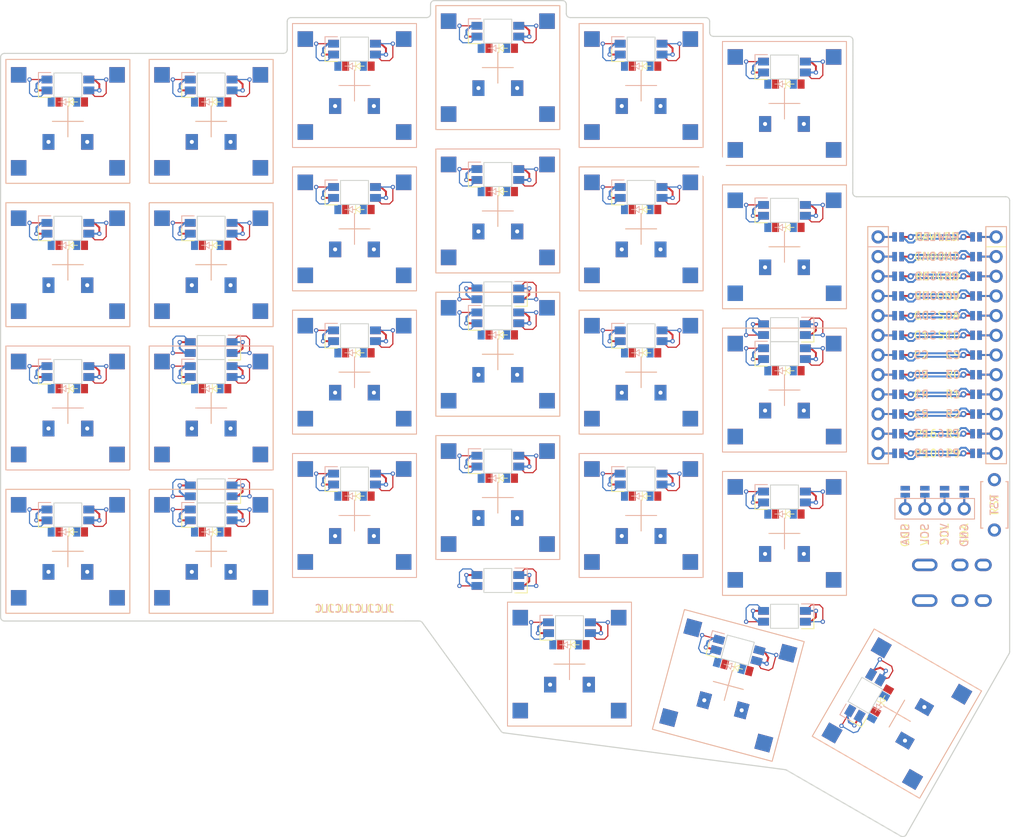
<source format=kicad_pcb>
(kicad_pcb (version 20240108) (generator "ergogen") (generator_version "4.1.0")
  (title_block (title "zeph") (date "2025-03-02") (rev "0.2") (company "ceoloide"))
  (layers (0 "F.Cu" signal) (31 "B.Cu" signal) (34 "B.Paste" user) (35 "F.Paste" user) (36 "B.SilkS" user "B.Silkscreen") (37 "F.SilkS" user "F.Silkscreen") (38 "B.Mask" user) (39 "F.Mask" user) (44 "Edge.Cuts" user))
  (net 0 "")
  (net 1 "C0")
  (net 2 "outer_bottom_B")
  (net 3 "outer_home_B")
  (net 4 "outer_top_B")
  (net 5 "outer_numbers_B")
  (net 6 "C1")
  (net 7 "pinky_bottom_B")
  (net 8 "pinky_home_B")
  (net 9 "pinky_top_B")
  (net 10 "pinky_numbers_B")
  (net 11 "C2")
  (net 12 "ring_bottom_B")
  (net 13 "ring_home_B")
  (net 14 "ring_top_B")
  (net 15 "ring_numbers_B")
  (net 16 "C3")
  (net 17 "middle_bottom_B")
  (net 18 "middle_home_B")
  (net 19 "middle_top_B")
  (net 20 "middle_numbers_B")
  (net 21 "C4")
  (net 22 "index_bottom_B")
  (net 23 "index_home_B")
  (net 24 "index_top_B")
  (net 25 "index_numbers_B")
  (net 26 "C5")
  (net 27 "inner_bottom_B")
  (net 28 "inner_home_B")
  (net 29 "inner_top_B")
  (net 30 "inner_numbers_B")
  (net 31 "near_home_B")
  (net 32 "mid_home_B")
  (net 33 "far_home_B")
  (net 34 "R3")
  (net 35 "R2")
  (net 36 "R1")
  (net 37 "R0")
  (net 38 "outer_bottom_F")
  (net 39 "outer_home_F")
  (net 40 "outer_top_F")
  (net 41 "outer_numbers_F")
  (net 42 "pinky_bottom_F")
  (net 43 "pinky_home_F")
  (net 44 "pinky_top_F")
  (net 45 "pinky_numbers_F")
  (net 46 "ring_bottom_F")
  (net 47 "ring_home_F")
  (net 48 "ring_top_F")
  (net 49 "ring_numbers_F")
  (net 50 "middle_bottom_F")
  (net 51 "middle_home_F")
  (net 52 "middle_top_F")
  (net 53 "middle_numbers_F")
  (net 54 "index_bottom_F")
  (net 55 "index_home_F")
  (net 56 "index_top_F")
  (net 57 "index_numbers_F")
  (net 58 "inner_bottom_F")
  (net 59 "inner_home_F")
  (net 60 "inner_top_F")
  (net 61 "inner_numbers_F")
  (net 62 "near_home_F")
  (net 63 "mid_home_F")
  (net 64 "far_home_F")
  (net 65 "RAW")
  (net 66 "GND")
  (net 67 "RST")
  (net 68 "VCC")
  (net 69 "P16")
  (net 70 "P10")
  (net 71 "LED")
  (net 72 "DAT")
  (net 73 "SDA")
  (net 74 "SCL")
  (net 75 "CS")
  (net 76 "P9")
  (net 77 "P101")
  (net 78 "P102")
  (net 79 "P107")
  (net 80 "MCU1_24")
  (net 81 "MCU1_1")
  (net 82 "MCU1_23")
  (net 83 "MCU1_2")
  (net 84 "MCU1_22")
  (net 85 "MCU1_3")
  (net 86 "MCU1_21")
  (net 87 "MCU1_4")
  (net 88 "MCU1_20")
  (net 89 "MCU1_5")
  (net 90 "MCU1_19")
  (net 91 "MCU1_6")
  (net 92 "MCU1_18")
  (net 93 "MCU1_7")
  (net 94 "MCU1_17")
  (net 95 "MCU1_8")
  (net 96 "MCU1_16")
  (net 97 "MCU1_9")
  (net 98 "MCU1_15")
  (net 99 "MCU1_10")
  (net 100 "MCU1_14")
  (net 101 "MCU1_11")
  (net 102 "MCU1_13")
  (net 103 "MCU1_12")
  (net 104 "DISP1_1")
  (net 105 "DISP1_2")
  (net 106 "DISP1_3")
  (net 107 "DISP1_4")
  (net 108 "LED_21")
  (net 109 "LED_20")
  (net 110 "LED_19")
  (net 111 "LED_18")
  (net 112 "LED_16")
  (net 113 "LED_15")
  (net 114 "LED_17")
  (net 115 "LED_14")
  (net 116 "LED_13")
  (net 117 "LED_12")
  (net 118 "LED_10")
  (net 119 "LED_9")
  (net 120 "LED_11")
  (net 121 "LED_7")
  (net 122 "LED_6")
  (net 123 "LED_5")
  (net 124 "LED_4")
  (net 125 "LED_2")
  (net 126 "LED_1")
  (net 127 "LED_3")
  (net 128 "LED_8")
  (net 129 "ULED_6")
  (net 130 "ULED_1")
  (net 131 "ULED_2")
  (net 132 "ULED_3")
  (net 133 "ULED_4")
  (net 134 "ULED_5")
  (footprint "ceoloide:mounting_hole_npth" (layer "F.Cu") (at 204.927 100.4635 0)
    (property "Reference" "MH1" hide)
  )
  (footprint "ceoloide:mounting_hole_npth" (layer "F.Cu") (at 218.969 108.7575 0)
    (property "Reference" "MH2" hide)
  )
  (footprint "ceoloide:mounting_hole_npth" (layer "F.Cu") (at 109.25 53.75 0)
    (property "Reference" "MH3" hide)
  )
  (footprint "ceoloide:mounting_hole_npth" (layer "F.Cu") (at 109.25 90.75 0)
    (property "Reference" "MH4" hide)
  )
  (footprint "ceoloide:mounting_hole_npth" (layer "F.Cu") (at 183.218 50.298500000000004 0)
    (property "Reference" "MH5" hide)
  )
  (footprint "ceoloide:mounting_hole_npth" (layer "F.Cu") (at 151.157 107.615 0)
    (property "Reference" "MH6" hide)
  )
  (footprint "ceoloide:mounting_hole_npth" (layer "F.Cu") (at 196.7245951 115.0067481 60)
    (property "Reference" "MH7" hide)
  )
  (footprint "CPG1316S01D02" (at 100 100 0) (layer B.Cu)
    (property "Reference" "S1" hide)
  )
  (footprint "CPG1316S01D02" (at 100 81.5 0) (layer B.Cu)
    (property "Reference" "S2" hide)
  )
  (footprint "CPG1316S01D02" (at 100 63 0) (layer B.Cu)
    (property "Reference" "S3" hide)
  )
  (footprint "CPG1316S01D02" (at 100 44.5 0) (layer B.Cu)
    (property "Reference" "S4" hide)
  )
  (footprint "CPG1316S01D02" (at 118.5 100 0) (layer B.Cu)
    (property "Reference" "S5" hide)
  )
  (footprint "CPG1316S01D02" (at 118.5 81.5 0) (layer B.Cu)
    (property "Reference" "S6" hide)
  )
  (footprint "CPG1316S01D02" (at 118.5 63 0) (layer B.Cu)
    (property "Reference" "S7" hide)
  )
  (footprint "CPG1316S01D02" (at 118.5 44.5 0) (layer B.Cu)
    (property "Reference" "S8" hide)
  )
  (footprint "CPG1316S01D02" (at 137 95.375 0) (layer B.Cu)
    (property "Reference" "S9" hide)
  )
  (footprint "CPG1316S01D02" (at 137 76.875 0) (layer B.Cu)
    (property "Reference" "S10" hide)
  )
  (footprint "CPG1316S01D02" (at 137 58.375 0) (layer B.Cu)
    (property "Reference" "S11" hide)
  )
  (footprint "CPG1316S01D02" (at 137 39.875 0) (layer B.Cu)
    (property "Reference" "S12" hide)
  )
  (footprint "CPG1316S01D02" (at 155.5 93.0625 0) (layer B.Cu)
    (property "Reference" "S13" hide)
  )
  (footprint "CPG1316S01D02" (at 155.5 74.5625 0) (layer B.Cu)
    (property "Reference" "S14" hide)
  )
  (footprint "CPG1316S01D02" (at 155.5 56.0625 0) (layer B.Cu)
    (property "Reference" "S15" hide)
  )
  (footprint "CPG1316S01D02" (at 155.5 37.5625 0) (layer B.Cu)
    (property "Reference" "S16" hide)
  )
  (footprint "CPG1316S01D02" (at 174 95.375 0) (layer B.Cu)
    (property "Reference" "S17" hide)
  )
  (footprint "CPG1316S01D02" (at 174 76.875 0) (layer B.Cu)
    (property "Reference" "S18" hide)
  )
  (footprint "CPG1316S01D02" (at 174 58.375 0) (layer B.Cu)
    (property "Reference" "S19" hide)
  )
  (footprint "CPG1316S01D02" (at 174 39.875 0) (layer B.Cu)
    (property "Reference" "S20" hide)
  )
  (footprint "CPG1316S01D02" (at 192.5 97.6875 0) (layer B.Cu)
    (property "Reference" "S21" hide)
  )
  (footprint "CPG1316S01D02" (at 192.5 79.1875 0) (layer B.Cu)
    (property "Reference" "S22" hide)
  )
  (footprint "CPG1316S01D02" (at 192.5 60.6875 0) (layer B.Cu)
    (property "Reference" "S23" hide)
  )
  (footprint "CPG1316S01D02" (at 192.5 42.1875 0) (layer B.Cu)
    (property "Reference" "S24" hide)
  )
  (footprint "CPG1316S01D02" (at 164.75 114.5625 0) (layer B.Cu)
    (property "Reference" "S25" hide)
  )
  (footprint "CPG1316S01D02" (at 185.25 117.3125 -15) (layer B.Cu)
    (property "Reference" "S26" hide)
  )
  (footprint "CPG1316S01D02" (at 207.0138429 120.9472481 60) (layer B.Cu)
    (property "Reference" "S27" hide)
  )
  (footprint "ceoloide:diode_tht_sod123" (layer "B.Cu") (at 99.5 97.5 0)
    (property "Reference" "D1" hide)
  )
  (footprint "ceoloide:diode_tht_sod123" (layer "B.Cu") (at 99.5 79 0)
    (property "Reference" "D2" hide)
  )
  (footprint "ceoloide:diode_tht_sod123" (layer "B.Cu") (at 99.5 60.5 0)
    (property "Reference" "D3" hide)
  )
  (footprint "ceoloide:diode_tht_sod123" (layer "B.Cu") (at 99.5 42 0)
    (property "Reference" "D4" hide)
  )
  (footprint "ceoloide:diode_tht_sod123" (layer "B.Cu") (at 118 97.5 0)
    (property "Reference" "D5" hide)
  )
  (footprint "ceoloide:diode_tht_sod123" (layer "B.Cu") (at 118 79 0)
    (property "Reference" "D6" hide)
  )
  (footprint "ceoloide:diode_tht_sod123" (layer "B.Cu") (at 118 60.5 0)
    (property "Reference" "D7" hide)
  )
  (footprint "ceoloide:diode_tht_sod123" (layer "B.Cu") (at 118 42 0)
    (property "Reference" "D8" hide)
  )
  (footprint "ceoloide:diode_tht_sod123" (layer "B.Cu") (at 136.5 92.875 0)
    (property "Reference" "D9" hide)
  )
  (footprint "ceoloide:diode_tht_sod123" (layer "B.Cu") (at 136.5 74.375 0)
    (property "Reference" "D10" hide)
  )
  (footprint "ceoloide:diode_tht_sod123" (layer "B.Cu") (at 136.5 55.875 0)
    (property "Reference" "D11" hide)
  )
  (footprint "ceoloide:diode_tht_sod123" (layer "B.Cu") (at 136.5 37.375 0)
    (property "Reference" "D12" hide)
  )
  (footprint "ceoloide:diode_tht_sod123" (layer "B.Cu") (at 155 90.5625 0)
    (property "Reference" "D13" hide)
  )
  (footprint "ceoloide:diode_tht_sod123" (layer "B.Cu") (at 155 72.0625 0)
    (property "Reference" "D14" hide)
  )
  (footprint "ceoloide:diode_tht_sod123" (layer "B.Cu") (at 155 53.5625 0)
    (property "Reference" "D15" hide)
  )
  (footprint "ceoloide:diode_tht_sod123" (layer "B.Cu") (at 155 35.0625 0)
    (property "Reference" "D16" hide)
  )
  (footprint "ceoloide:diode_tht_sod123" (layer "B.Cu") (at 173.5 92.875 0)
    (property "Reference" "D17" hide)
  )
  (footprint "ceoloide:diode_tht_sod123" (layer "B.Cu") (at 173.5 74.375 0)
    (property "Reference" "D18" hide)
  )
  (footprint "ceoloide:diode_tht_sod123" (layer "B.Cu") (at 173.5 55.875 0)
    (property "Reference" "D19" hide)
  )
  (footprint "ceoloide:diode_tht_sod123" (layer "B.Cu") (at 173.5 37.375 0)
    (property "Reference" "D20" hide)
  )
  (footprint "ceoloide:diode_tht_sod123" (layer "B.Cu") (at 192 95.1875 0)
    (property "Reference" "D21" hide)
  )
  (footprint "ceoloide:diode_tht_sod123" (layer "B.Cu") (at 192 76.6875 0)
    (property "Reference" "D22" hide)
  )
  (footprint "ceoloide:diode_tht_sod123" (layer "B.Cu") (at 192 58.1875 0)
    (property "Reference" "D23" hide)
  )
  (footprint "ceoloide:diode_tht_sod123" (layer "B.Cu") (at 192 39.6875 0)
    (property "Reference" "D24" hide)
  )
  (footprint "ceoloide:diode_tht_sod123" (layer "B.Cu") (at 164.25 112.0625 0)
    (property "Reference" "D25" hide)
  )
  (footprint "ceoloide:diode_tht_sod123" (layer "B.Cu") (at 185.4140847 114.7682759 -15)
    (property "Reference" "D26" hide)
  )
  (footprint "ceoloide:diode_tht_sod123" (layer "B.Cu") (at 204.59877939999998 120.1302608 60)
    (property "Reference" "D27" hide)
  )
  (footprint "CPG1316S01D02" (at 100 100 0) (layer F.Cu)
    (property "Reference" "S28" hide)
  )
  (footprint "CPG1316S01D02" (at 100 81.5 0) (layer F.Cu)
    (property "Reference" "S29" hide)
  )
  (footprint "CPG1316S01D02" (at 100 63 0) (layer F.Cu)
    (property "Reference" "S30" hide)
  )
  (footprint "CPG1316S01D02" (at 100 44.5 0) (layer F.Cu)
    (property "Reference" "S31" hide)
  )
  (footprint "CPG1316S01D02" (at 118.5 100 0) (layer F.Cu)
    (property "Reference" "S32" hide)
  )
  (footprint "CPG1316S01D02" (at 118.5 81.5 0) (layer F.Cu)
    (property "Reference" "S33" hide)
  )
  (footprint "CPG1316S01D02" (at 118.5 63 0) (layer F.Cu)
    (property "Reference" "S34" hide)
  )
  (footprint "CPG1316S01D02" (at 118.5 44.5 0) (layer F.Cu)
    (property "Reference" "S35" hide)
  )
  (footprint "CPG1316S01D02" (at 137 95.375 0) (layer F.Cu)
    (property "Reference" "S36" hide)
  )
  (footprint "CPG1316S01D02" (at 137 76.875 0) (layer F.Cu)
    (property "Reference" "S37" hide)
  )
  (footprint "CPG1316S01D02" (at 137 58.375 0) (layer F.Cu)
    (property "Reference" "S38" hide)
  )
  (footprint "CPG1316S01D02" (at 137 39.875 0) (layer F.Cu)
    (property "Reference" "S39" hide)
  )
  (footprint "CPG1316S01D02" (at 155.5 93.0625 0) (layer F.Cu)
    (property "Reference" "S40" hide)
  )
  (footprint "CPG1316S01D02" (at 155.5 74.5625 0) (layer F.Cu)
    (property "Reference" "S41" hide)
  )
  (footprint "CPG1316S01D02" (at 155.5 56.0625 0) (layer F.Cu)
    (property "Reference" "S42" hide)
  )
  (footprint "CPG1316S01D02" (at 155.5 37.5625 0) (layer F.Cu)
    (property "Reference" "S43" hide)
  )
  (footprint "CPG1316S01D02" (at 174 95.375 0) (layer F.Cu)
    (property "Reference" "S44" hide)
  )
  (footprint "CPG1316S01D02" (at 174 76.875 0) (layer F.Cu)
    (property "Reference" "S45" hide)
  )
  (footprint "CPG1316S01D02" (at 174 58.375 0) (layer F.Cu)
    (property "Reference" "S46" hide)
  )
  (footprint "CPG1316S01D02" (at 174 39.875 0) (layer F.Cu)
    (property "Reference" "S47" hide)
  )
  (footprint "CPG1316S01D02" (at 192.5 97.6875 0) (layer F.Cu)
    (property "Reference" "S48" hide)
  )
  (footprint "CPG1316S01D02" (at 192.5 79.1875 0) (layer F.Cu)
    (property "Reference" "S49" hide)
  )
  (footprint "CPG1316S01D02" (at 192.5 60.6875 0) (layer F.Cu)
    (property "Reference" "S50" hide)
  )
  (footprint "CPG1316S01D02" (at 192.5 42.1875 0) (layer F.Cu)
    (property "Reference" "S51" hide)
  )
  (footprint "CPG1316S01D02" (at 164.75 114.5625 0) (layer F.Cu)
    (property "Reference" "S52" hide)
  )
  (footprint "CPG1316S01D02" (at 185.25 117.3125 -15) (layer F.Cu)
    (property "Reference" "S53" hide)
  )
  (footprint "CPG1316S01D02" (at 207.0138429 120.9472481 60) (layer F.Cu)
    (property "Reference" "S54" hide)
  )
  (footprint "ceoloide:diode_tht_sod123" (layer "F.Cu") (at 100.5 97.5 0)
    (property "Reference" "D28" hide)
  )
  (footprint "ceoloide:diode_tht_sod123" (layer "F.Cu") (at 100.5 79 0)
    (property "Reference" "D29" hide)
  )
  (footprint "ceoloide:diode_tht_sod123" (layer "F.Cu") (at 100.5 60.5 0)
    (property "Reference" "D30" hide)
  )
  (footprint "ceoloide:diode_tht_sod123" (layer "F.Cu") (at 100.5 42 0)
    (property "Reference" "D31" hide)
  )
  (footprint "ceoloide:diode_tht_sod123" (layer "F.Cu") (at 119 97.5 0)
    (property "Reference" "D32" hide)
  )
  (footprint "ceoloide:diode_tht_sod123" (layer "F.Cu") (at 119 79 0)
    (property "Reference" "D33" hide)
  )
  (footprint "ceoloide:diode_tht_sod123" (layer "F.Cu") (at 119 60.5 0)
    (property "Reference" "D34" hide)
  )
  (footprint "ceoloide:diode_tht_sod123" (layer "F.Cu") (at 119 42 0)
    (property "Reference" "D35" hide)
  )
  (footprint "ceoloide:diode_tht_sod123" (layer "F.Cu") (at 137.5 92.875 0)
    (property "Reference" "D36" hide)
  )
  (footprint "ceoloide:diode_tht_sod123" (layer "F.Cu") (at 137.5 74.375 0)
    (property "Reference" "D37" hide)
  )
  (footprint "ceoloide:diode_tht_sod123" (layer "F.Cu") (at 137.5 55.875 0)
    (property "Reference" "D38" hide)
  )
  (footprint "ceoloide:diode_tht_sod123" (layer "F.Cu") (at 137.5 37.375 0)
    (property "Reference" "D39" hide)
  )
  (footprint "ceoloide:diode_tht_sod123" (layer "F.Cu") (at 156 90.5625 0)
    (property "Reference" "D40" hide)
  )
  (footprint "ceoloide:diode_tht_sod123" (layer "F.Cu") (at 156 72.0625 0)
    (property "Reference" "D41" hide)
  )
  (footprint "ceoloide:diode_tht_sod123" (layer "F.Cu") (at 156 53.5625 0)
    (property "Reference" "D42" hide)
  )
  (footprint "ceoloide:diode_tht_sod123" (layer "F.Cu") (at 156 35.0625 0)
    (property "Reference" "D43" hide)
  )
  (footprint "ceoloide:diode_tht_sod123" (layer "F.Cu") (at 174.5 92.875 0)
    (property "Reference" "D44" hide)
  )
  (footprint "ceoloide:diode_tht_sod123" (layer "F.Cu") (at 174.5 74.375 0)
    (property "Reference" "D45" hide)
  )
  (footprint "ceoloide:diode_tht_sod123" (layer "F.Cu") (at 174.5 55.875 0)
    (property "Reference" "D46" hide)
  )
  (footprint "ceoloide:diode_tht_sod123" (layer "F.Cu") (at 174.5 37.375 0)
    (property "Reference" "D47" hide)
  )
  (footprint "ceoloide:diode_tht_sod123" (layer "F.Cu") (at 193 95.1875 0)
    (property "Reference" "D48" hide)
  )
  (footprint "ceoloide:diode_tht_sod123" (layer "F.Cu") (at 193 76.6875 0)
    (property "Reference" "D49" hide)
  )
  (footprint "ceoloide:diode_tht_sod123" (layer "F.Cu") (at 193 58.1875 0)
    (property "Reference" "D50" hide)
  )
  (footprint "ceoloide:diode_tht_sod123" (layer "F.Cu") (at 193 39.6875 0)
    (property "Reference" "D51" hide)
  )
  (footprint "ceoloide:diode_tht_sod123" (layer "F.Cu") (at 165.25 112.0625 0)
    (property "Reference" "D52" hide)
  )
  (footprint "ceoloide:diode_tht_sod123" (layer "F.Cu") (at 186.3800105 115.027095 -15)
    (property "Reference" "D53" hide)
  )
  (footprint "ceoloide:diode_tht_sod123" (layer "F.Cu") (at 205.09877939999998 119.26423539999999 60)
    (property "Reference" "D54" hide)
  )
  (footprint "ceoloide:mcu_nice_nano" (layer "F.Cu") (at 212.204 72.12 0)
    (property "Reference" "MCU1" hide)
  )
  (segment (start 216.78400000000002 59.42) (end 215.604 59.42) (width 0.25) (layer "F.Cu"))
  (segment (start 207.624 59.42) (end 208.804 59.42) (width 0.25) (layer "F.Cu"))
  (segment (start 204.584 59.42) (end 206.704 59.42) (width 0.25) (layer "F.Cu"))
  (segment (start 204.584 59.42) (end 206.704 59.42) (width 0.25) (layer "B.Cu"))
  (segment (start 217.704 59.42) (end 219.824 59.42) (width 0.25) (layer "F.Cu"))
  (segment (start 219.824 59.42) (end 217.704 59.42) (width 0.25) (layer "B.Cu"))
  (segment (start 209.59930500000002 59.650000000000006) (end 215.374 59.650000000000006) (width 0.25) (layer "B.Cu"))
  (segment (start 207.429 59.42) (end 207.778695 59.42) (width 0.25) (layer "B.Cu"))
  (segment (start 208.503695 60.145) (end 209.104305 60.145) (width 0.25) (layer "B.Cu"))
  (segment (start 207.778695 59.42) (end 208.503695 60.145) (width 0.25) (layer "B.Cu"))
  (segment (start 209.104305 60.145) (end 209.59930500000002 59.650000000000006) (width 0.25) (layer "B.Cu"))
  (segment (start 216.979 59.42) (end 216.62930500000002 59.42) (width 0.25) (layer "B.Cu"))
  (segment (start 214.798695 59.2) (end 209.024 59.2) (width 0.25) (layer "B.Cu"))
  (segment (start 216.62930500000002 59.42) (end 215.90430500000002 58.69500000000001) (width 0.25) (layer "B.Cu"))
  (segment (start 215.90430500000002 58.69500000000001) (end 215.303695 58.69500000000001) (width 0.25) (layer "B.Cu"))
  (segment (start 215.303695 58.69500000000001) (end 214.798695 59.2) (width 0.25) (layer "B.Cu"))
  (segment (start 216.78400000000002 61.96000000000001) (end 215.604 61.96000000000001) (width 0.25) (layer "F.Cu"))
  (segment (start 207.624 61.96000000000001) (end 208.804 61.96000000000001) (width 0.25) (layer "F.Cu"))
  (segment (start 204.584 61.96000000000001) (end 206.704 61.96000000000001) (width 0.25) (layer "F.Cu"))
  (segment (start 204.584 61.96000000000001) (end 206.704 61.96000000000001) (width 0.25) (layer "B.Cu"))
  (segment (start 217.704 61.96000000000001) (end 219.824 61.96000000000001) (width 0.25) (layer "F.Cu"))
  (segment (start 219.824 61.96000000000001) (end 217.704 61.96000000000001) (width 0.25) (layer "B.Cu"))
  (segment (start 209.59930500000002 62.190000000000005) (end 215.374 62.190000000000005) (width 0.25) (layer "B.Cu"))
  (segment (start 207.429 61.96000000000001) (end 207.778695 61.96000000000001) (width 0.25) (layer "B.Cu"))
  (segment (start 208.503695 62.685) (end 209.104305 62.685) (width 0.25) (layer "B.Cu"))
  (segment (start 207.778695 61.96000000000001) (end 208.503695 62.685) (width 0.25) (layer "B.Cu"))
  (segment (start 209.104305 62.685) (end 209.59930500000002 62.190000000000005) (width 0.25) (layer "B.Cu"))
  (segment (start 216.979 61.96000000000001) (end 216.62930500000002 61.96000000000001) (width 0.25) (layer "B.Cu"))
  (segment (start 214.798695 61.74) (end 209.024 61.74) (width 0.25) (layer "B.Cu"))
  (segment (start 216.62930500000002 61.96000000000001) (end 215.90430500000002 61.23500000000001) (width 0.25) (layer "B.Cu"))
  (segment (start 215.90430500000002 61.23500000000001) (end 215.303695 61.23500000000001) (width 0.25) (layer "B.Cu"))
  (segment (start 215.303695 61.23500000000001) (end 214.798695 61.74) (width 0.25) (layer "B.Cu"))
  (segment (start 216.78400000000002 64.5) (end 215.604 64.5) (width 0.25) (layer "F.Cu"))
  (segment (start 207.624 64.5) (end 208.804 64.5) (width 0.25) (layer "F.Cu"))
  (segment (start 204.584 64.5) (end 206.704 64.5) (width 0.25) (layer "F.Cu"))
  (segment (start 204.584 64.5) (end 206.704 64.5) (width 0.25) (layer "B.Cu"))
  (segment (start 217.704 64.5) (end 219.824 64.5) (width 0.25) (layer "F.Cu"))
  (segment (start 219.824 64.5) (end 217.704 64.5) (width 0.25) (layer "B.Cu"))
  (segment (start 209.59930500000002 64.73) (end 215.374 64.73) (width 0.25) (layer "B.Cu"))
  (segment (start 207.429 64.5) (end 207.778695 64.5) (width 0.25) (layer "B.Cu"))
  (segment (start 208.503695 65.22500000000001) (end 209.104305 65.22500000000001) (width 0.25) (layer "B.Cu"))
  (segment (start 207.778695 64.5) (end 208.503695 65.22500000000001) (width 0.25) (layer "B.Cu"))
  (segment (start 209.104305 65.22500000000001) (end 209.59930500000002 64.73) (width 0.25) (layer "B.Cu"))
  (segment (start 216.979 64.5) (end 216.62930500000002 64.5) (width 0.25) (layer "B.Cu"))
  (segment (start 214.798695 64.28) (end 209.024 64.28) (width 0.25) (layer "B.Cu"))
  (segment (start 216.62930500000002 64.5) (end 215.90430500000002 63.775000000000006) (width 0.25) (layer "B.Cu"))
  (segment (start 215.90430500000002 63.775000000000006) (end 215.303695 63.775000000000006) (width 0.25) (layer "B.Cu"))
  (segment (start 215.303695 63.775000000000006) (end 214.798695 64.28) (width 0.25) (layer "B.Cu"))
  (segment (start 216.78400000000002 67.04) (end 215.604 67.04) (width 0.25) (layer "F.Cu"))
  (segment (start 207.624 67.04) (end 208.804 67.04) (width 0.25) (layer "F.Cu"))
  (segment (start 204.584 67.04) (end 206.704 67.04) (width 0.25) (layer "F.Cu"))
  (segment (start 204.584 67.04) (end 206.704 67.04) (width 0.25) (layer "B.Cu"))
  (segment (start 217.704 67.04) (end 219.824 67.04) (width 0.25) (layer "F.Cu"))
  (segment (start 219.824 67.04) (end 217.704 67.04) (width 0.25) (layer "B.Cu"))
  (segment (start 209.59930500000002 67.27000000000001) (end 215.374 67.27000000000001) (width 0.25) (layer "B.Cu"))
  (segment (start 207.429 67.04) (end 207.778695 67.04) (width 0.25) (layer "B.Cu"))
  (segment (start 208.503695 67.765) (end 209.104305 67.765) (width 0.25) (layer "B.Cu"))
  (segment (start 207.778695 67.04) (end 208.503695 67.765) (width 0.25) (layer "B.Cu"))
  (segment (start 209.104305 67.765) (end 209.59930500000002 67.27000000000001) (width 0.25) (layer "B.Cu"))
  (segment (start 216.979 67.04) (end 216.62930500000002 67.04) (width 0.25) (layer "B.Cu"))
  (segment (start 214.798695 66.82000000000001) (end 209.024 66.82000000000001) (width 0.25) (layer "B.Cu"))
  (segment (start 216.62930500000002 67.04) (end 215.90430500000002 66.315) (width 0.25) (layer "B.Cu"))
  (segment (start 215.90430500000002 66.315) (end 215.303695 66.315) (width 0.25) (layer "B.Cu"))
  (segment (start 215.303695 66.315) (end 214.798695 66.82000000000001) (width 0.25) (layer "B.Cu"))
  (segment (start 216.78400000000002 69.58) (end 215.604 69.58) (width 0.25) (layer "F.Cu"))
  (segment (start 207.624 69.58) (end 208.804 69.58) (width 0.25) (layer "F.Cu"))
  (segment (start 204.584 69.58) (end 206.704 69.58) (width 0.25) (layer "F.Cu"))
  (segment (start 204.584 69.58) (end 206.704 69.58) (width 0.25) (layer "B.Cu"))
  (segment (start 217.704 69.58) (end 219.824 69.58) (width 0.25) (layer "F.Cu"))
  (segment (start 219.824 69.58) (end 217.704 69.58) (width 0.25) (layer "B.Cu"))
  (segment (start 209.59930500000002 69.81) (end 215.374 69.81) (width 0.25) (layer "B.Cu"))
  (segment (start 207.429 69.58) (end 207.778695 69.58) (width 0.25) (layer "B.Cu"))
  (segment (start 208.503695 70.305) (end 209.104305 70.305) (width 0.25) (layer "B.Cu"))
  (segment (start 207.778695 69.58) (end 208.503695 70.305) (width 0.25) (layer "B.Cu"))
  (segment (start 209.104305 70.305) (end 209.59930500000002 69.81) (width 0.25) (layer "B.Cu"))
  (segment (start 216.979 69.58) (end 216.62930500000002 69.58) (width 0.25) (layer "B.Cu"))
  (segment (start 214.798695 69.36) (end 209.024 69.36) (width 0.25) (layer "B.Cu"))
  (segment (start 216.62930500000002 69.58) (end 215.90430500000002 68.855) (width 0.25) (layer "B.Cu"))
  (segment (start 215.90430500000002 68.855) (end 215.303695 68.855) (width 0.25) (layer "B.Cu"))
  (segment (start 215.303695 68.855) (end 214.798695 69.36) (width 0.25) (layer "B.Cu"))
  (segment (start 216.78400000000002 72.12) (end 215.604 72.12) (width 0.25) (layer "F.Cu"))
  (segment (start 207.624 72.12) (end 208.804 72.12) (width 0.25) (layer "F.Cu"))
  (segment (start 204.584 72.12) (end 206.704 72.12) (width 0.25) (layer "F.Cu"))
  (segment (start 204.584 72.12) (end 206.704 72.12) (width 0.25) (layer "B.Cu"))
  (segment (start 217.704 72.12) (end 219.824 72.12) (width 0.25) (layer "F.Cu"))
  (segment (start 219.824 72.12) (end 217.704 72.12) (width 0.25) (layer "B.Cu"))
  (segment (start 209.59930500000002 72.35000000000001) (end 215.374 72.35000000000001) (width 0.25) (layer "B.Cu"))
  (segment (start 207.429 72.12) (end 207.778695 72.12) (width 0.25) (layer "B.Cu"))
  (segment (start 208.503695 72.845) (end 209.104305 72.845) (width 0.25) (layer "B.Cu"))
  (segment (start 207.778695 72.12) (end 208.503695 72.845) (width 0.25) (layer "B.Cu"))
  (segment (start 209.104305 72.845) (end 209.59930500000002 72.35000000000001) (width 0.25) (layer "B.Cu"))
  (segment (start 216.979 72.12) (end 216.62930500000002 72.12) (width 0.25) (layer "B.Cu"))
  (segment (start 214.798695 71.9) (end 209.024 71.9) (width 0.25) (layer "B.Cu"))
  (segment (start 216.62930500000002 72.12) (end 215.90430500000002 71.39500000000001) (width 0.25) (layer "B.Cu"))
  (segment (start 215.90430500000002 71.39500000000001) (end 215.303695 71.39500000000001) (width 0.25) (layer "B.Cu"))
  (segment (start 215.303695 71.39500000000001) (end 214.798695 71.9) (width 0.25) (layer "B.Cu"))
  (segment (start 216.78400000000002 74.66000000000001) (end 215.604 74.66000000000001) (width 0.25) (layer "F.Cu"))
  (segment (start 207.624 74.66000000000001) (end 208.804 74.66000000000001) (width 0.25) (layer "F.Cu"))
  (segment (start 204.584 74.66000000000001) (end 206.704 74.66000000000001) (width 0.25) (layer "F.Cu"))
  (segment (start 204.584 74.66000000000001) (end 206.704 74.66000000000001) (width 0.25) (layer "B.Cu"))
  (segment (start 217.704 74.66000000000001) (end 219.824 74.66000000000001) (width 0.25) (layer "F.Cu"))
  (segment (start 219.824 74.66000000000001) (end 217.704 74.66000000000001) (width 0.25) (layer "B.Cu"))
  (segment (start 209.59930500000002 74.89) (end 215.374 74.89) (width 0.25) (layer "B.Cu"))
  (segment (start 207.429 74.66000000000001) (end 207.778695 74.66000000000001) (width 0.25) (layer "B.Cu"))
  (segment (start 208.503695 75.385) (end 209.104305 75.385) (width 0.25) (layer "B.Cu"))
  (segment (start 207.778695 74.66000000000001) (end 208.503695 75.385) (width 0.25) (layer "B.Cu"))
  (segment (start 209.104305 75.385) (end 209.59930500000002 74.89) (width 0.25) (layer "B.Cu"))
  (segment (start 216.979 74.66000000000001) (end 216.62930500000002 74.66000000000001) (width 0.25) (layer "B.Cu"))
  (segment (start 214.798695 74.44) (end 209.024 74.44) (width 0.25) (layer "B.Cu"))
  (segment (start 216.62930500000002 74.66000000000001) (end 215.90430500000002 73.935) (width 0.25) (layer "B.Cu"))
  (segment (start 215.90430500000002 73.935) (end 215.303695 73.935) (width 0.25) (layer "B.Cu"))
  (segment (start 215.303695 73.935) (end 214.798695 74.44) (width 0.25) (layer "B.Cu"))
  (segment (start 216.78400000000002 77.2) (end 215.604 77.2) (width 0.25) (layer "F.Cu"))
  (segment (start 207.624 77.2) (end 208.804 77.2) (width 0.25) (layer "F.Cu"))
  (segment (start 204.584 77.2) (end 206.704 77.2) (width 0.25) (layer "F.Cu"))
  (segment (start 204.584 77.2) (end 206.704 77.2) (width 0.25) (layer "B.Cu"))
  (segment (start 217.704 77.2) (end 219.824 77.2) (width 0.25) (layer "F.Cu"))
  (segment (start 219.824 77.2) (end 217.704 77.2) (width 0.25) (layer "B.Cu"))
  (segment (start 209.59930500000002 77.43) (end 215.374 77.43) (width 0.25) (layer "B.Cu"))
  (segment (start 207.429 77.2) (end 207.778695 77.2) (width 0.25) (layer "B.Cu"))
  (segment (start 208.503695 77.92500000000001) (end 209.104305 77.92500000000001) (width 0.25) (layer "B.Cu"))
  (segment (start 207.778695 77.2) (end 208.503695 77.92500000000001) (width 0.25) (layer "B.Cu"))
  (segment (start 209.104305 77.92500000000001) (end 209.59930500000002 77.43) (width 0.25) (layer "B.Cu"))
  (segment (start 216.979 77.2) (end 216.62930500000002 77.2) (width 0.25) (layer "B.Cu"))
  (segment (start 214.798695 76.98) (end 209.024 76.98) (width 0.25) (layer "B.Cu"))
  (segment (start 216.62930500000002 77.2) (end 215.90430500000002 76.47500000000001) (width 0.25) (layer "B.Cu"))
  (segment (start 215.90430500000002 76.47500000000001) (end 215.303695 76.47500000000001) (width 0.25) (layer "B.Cu"))
  (segment (start 215.303695 76.47500000000001) (end 214.798695 76.98) (width 0.25) (layer "B.Cu"))
  (segment (start 216.78400000000002 79.74000000000001) (end 215.604 79.74000000000001) (width 0.25) (layer "F.Cu"))
  (segment (start 207.624 79.74000000000001) (end 208.804 79.74000000000001) (width 0.25) (layer "F.Cu"))
  (segment (start 204.584 79.74000000000001) (end 206.704 79.74000000000001) (width 0.25) (layer "F.Cu"))
  (segment (start 204.584 79.74000000000001) (end 206.704 79.74000000000001) (width 0.25) (layer "B.Cu"))
  (segment (start 217.704 79.74000000000001) (end 219.824 79.74000000000001) (width 0.25) (layer "F.Cu"))
  (segment (start 219.824 79.74000000000001) (end 217.704 79.74000000000001) (width 0.25) (layer "B.Cu"))
  (segment (start 209.59930500000002 79.97) (end 215.374 79.97) (width 0.25) (layer "B.Cu"))
  (segment (start 207.429 79.74000000000001) (end 207.778695 79.74000000000001) (width 0.25) (layer "B.Cu"))
  (segment (start 208.503695 80.465) (end 209.104305 80.465) (width 0.25) (layer "B.Cu"))
  (segment (start 207.778695 79.74000000000001) (end 208.503695 80.465) (width 0.25) (layer "B.Cu"))
  (segment (start 209.104305 80.465) (end 209.59930500000002 79.97) (width 0.25) (layer "B.Cu"))
  (segment (start 216.979 79.74000000000001) (end 216.62930500000002 79.74000000000001) (width 0.25) (layer "B.Cu"))
  (segment (start 214.798695 79.52000000000001) (end 209.024 79.52000000000001) (width 0.25) (layer "B.Cu"))
  (segment (start 216.62930500000002 79.74000000000001) (end 215.90430500000002 79.015) (width 0.25) (layer "B.Cu"))
  (segment (start 215.90430500000002 79.015) (end 215.303695 79.015) (width 0.25) (layer "B.Cu"))
  (segment (start 215.303695 79.015) (end 214.798695 79.52000000000001) (width 0.25) (layer "B.Cu"))
  (segment (start 216.78400000000002 82.28) (end 215.604 82.28) (width 0.25) (layer "F.Cu"))
  (segment (start 207.624 82.28) (end 208.804 82.28) (width 0.25) (layer "F.Cu"))
  (segment (start 204.584 82.28) (end 206.704 82.28) (width 0.25) (layer "F.Cu"))
  (segment (start 204.584 82.28) (end 206.704 82.28) (width 0.25) (layer "B.Cu"))
  (segment (start 217.704 82.28) (end 219.824 82.28) (width 0.25) (layer "F.Cu"))
  (segment (start 219.824 82.28) (end 217.704 82.28) (width 0.25) (layer "B.Cu"))
  (segment (start 209.59930500000002 82.51) (end 215.374 82.51) (width 0.25) (layer "B.Cu"))
  (segment (start 207.429 82.28) (end 207.778695 82.28) (width 0.25) (layer "B.Cu"))
  (segment (start 208.503695 83.00500000000001) (end 209.104305 83.00500000000001) (width 0.25) (layer "B.Cu"))
  (segment (start 207.778695 82.28) (end 208.503695 83.00500000000001) (width 0.25) (layer "B.Cu"))
  (segment (start 209.104305 83.00500000000001) (end 209.59930500000002 82.51) (width 0.25) (layer "B.Cu"))
  (segment (start 216.979 82.28) (end 216.62930500000002 82.28) (width 0.25) (layer "B.Cu"))
  (segment (start 214.798695 82.06) (end 209.024 82.06) (width 0.25) (layer "B.Cu"))
  (segment (start 216.62930500000002 82.28) (end 215.90430500000002 81.555) (width 0.25) (layer "B.Cu"))
  (segment (start 215.90430500000002 81.555) (end 215.303695 81.555) (width 0.25) (layer "B.Cu"))
  (segment (start 215.303695 81.555) (end 214.798695 82.06) (width 0.25) (layer "B.Cu"))
  (segment (start 216.78400000000002 84.82000000000001) (end 215.604 84.82000000000001) (width 0.25) (layer "F.Cu"))
  (segment (start 207.624 84.82000000000001) (end 208.804 84.82000000000001) (width 0.25) (layer "F.Cu"))
  (segment (start 204.584 84.82000000000001) (end 206.704 84.82000000000001) (width 0.25) (layer "F.Cu"))
  (segment (start 204.584 84.82000000000001) (end 206.704 84.82000000000001) (width 0.25) (layer "B.Cu"))
  (segment (start 217.704 84.82000000000001) (end 219.824 84.82000000000001) (width 0.25) (layer "F.Cu"))
  (segment (start 219.824 84.82000000000001) (end 217.704 84.82000000000001) (width 0.25) (layer "B.Cu"))
  (segment (start 209.59930500000002 85.05000000000001) (end 215.374 85.05000000000001) (width 0.25) (layer "B.Cu"))
  (segment (start 207.429 84.82000000000001) (end 207.778695 84.82000000000001) (width 0.25) (layer "B.Cu"))
  (segment (start 208.503695 85.545) (end 209.104305 85.545) (width 0.25) (layer "B.Cu"))
  (segment (start 207.778695 84.82000000000001) (end 208.503695 85.545) (width 0.25) (layer "B.Cu"))
  (segment (start 209.104305 85.545) (end 209.59930500000002 85.05000000000001) (width 0.25) (layer "B.Cu"))
  (segment (start 216.979 84.82000000000001) (end 216.62930500000002 84.82000000000001) (width 0.25) (layer "B.Cu"))
  (segment (start 214.798695 84.60000000000001) (end 209.024 84.60000000000001) (width 0.25) (layer "B.Cu"))
  (segment (start 216.62930500000002 84.82000000000001) (end 215.90430500000002 84.095) (width 0.25) (layer "B.Cu"))
  (segment (start 215.90430500000002 84.095) (end 215.303695 84.095) (width 0.25) (layer "B.Cu"))
  (segment (start 215.303695 84.095) (end 214.798695 84.60000000000001) (width 0.25) (layer "B.Cu"))
  (segment (start 216.78400000000002 87.36) (end 215.604 87.36) (width 0.25) (layer "F.Cu"))
  (segment (start 207.624 87.36) (end 208.804 87.36) (width 0.25) (layer "F.Cu"))
  (segment (start 204.584 87.36) (end 206.704 87.36) (width 0.25) (layer "F.Cu"))
  (segment (start 204.584 87.36) (end 206.704 87.36) (width 0.25) (layer "B.Cu"))
  (segment (start 217.704 87.36) (end 219.824 87.36) (width 0.25) (layer "F.Cu"))
  (segment (start 219.824 87.36) (end 217.704 87.36) (width 0.25) (layer "B.Cu"))
  (segment (start 209.59930500000002 87.59) (end 215.374 87.59) (width 0.25) (layer "B.Cu"))
  (segment (start 207.429 87.36) (end 207.778695 87.36) (width 0.25) (layer "B.Cu"))
  (segment (start 208.503695 88.08500000000001) (end 209.104305 88.08500000000001) (width 0.25) (layer "B.Cu"))
  (segment (start 207.778695 87.36) (end 208.503695 88.08500000000001) (width 0.25) (layer "B.Cu"))
  (segment (start 209.104305 88.08500000000001) (end 209.59930500000002 87.59) (width 0.25) (layer "B.Cu"))
  (segment (start 216.979 87.36) (end 216.62930500000002 87.36) (width 0.25) (layer "B.Cu"))
  (segment (start 214.798695 87.14) (end 209.024 87.14) (width 0.25) (layer "B.Cu"))
  (segment (start 216.62930500000002 87.36) (end 215.90430500000002 86.635) (width 0.25) (layer "B.Cu"))
  (segment (start 215.90430500000002 86.635) (end 215.303695 86.635) (width 0.25) (layer "B.Cu"))
  (segment (start 215.303695 86.635) (end 214.798695 87.14) (width 0.25) (layer "B.Cu"))
  (gr_text "JLCJLCJLCJLC" (at 137 107.4 0) (layer "F.SilkS") (effects (font (size 1 1))))
  (gr_text "JLCJLCJLCJLC" (at 137 107.4 0) (layer "B.SilkS") (effects (font (size 1 1)) (justify mirror)))
  (footprint "ceoloide:display_ssd1306" (layer "F.Cu") (at 211.897 77.80799999999999 0)
    (property "Reference" "DISP1" hide)
  )
  (segment (start 208.087 94.508) (end 208.087 92.758) (width 0.25) (layer "F.Cu") (net 66))
  (segment (start 210.62699999999998 94.508) (end 210.62699999999998 92.758) (width 0.25) (layer "F.Cu") (net 68))
  (segment (start 213.167 94.508) (end 213.167 92.758) (width 0.25) (layer "F.Cu") (net 74))
  (segment (start 215.707 94.508) (end 215.707 92.758) (width 0.25) (layer "F.Cu") (net 73))
  (segment (start 208.087 94.508) (end 208.087 92.758) (width 0.25) (layer "B.Cu") (net 66))
  (segment (start 210.62699999999998 94.508) (end 210.62699999999998 92.758) (width 0.25) (layer "B.Cu") (net 68))
  (segment (start 213.167 94.508) (end 213.167 92.758) (width 0.25) (layer "B.Cu") (net 74))
  (segment (start 215.707 94.508) (end 215.707 92.758) (width 0.25) (layer "B.Cu") (net 73))
  (footprint "ceoloide:reset_switch_tht_top" (layer "F.Cu") (at 219.6 94.001 90)
    (property "Reference" "RST1" hide)
  )
  (footprint "ceoloide:trrs_pj320a (reversible, symmetric)" (layer "F.Cu") (at 221.36 104.06 -90)
    (property "Reference" "TRRS1" hide)
  )
  (footprint "ceoloide:led_SK6812mini-e (per-key, reversible)" (layer "B.Cu") (at 100 95.3 0)
    (property "Reference" "LED1" hide)
    (fp_rect (start -1.8 -1.55) (end 1.8 1.55) (layer "Edge.Cuts") (stroke (width 0.12)) (fill none))
  )
  (segment (start 103.4 94.6) (end 104.06 95.194084) (width 0.25) (layer "F.Cu") (net 68))
  (segment (start 104.06 95.194084) (end 104.06 96) (width 0.25) (layer "F.Cu") (net 68))
  (segment (start 102.7 94.6) (end 103.4 94.6) (width 0.25) (layer "F.Cu") (net 68))
  (via (at 104.06 96) (size 0.56) (drill 0.3) (layers "F.Cu" "B.Cu") (net 68))
  (segment (start 102.7 96) (end 104.06 96) (width 0.25) (layer "B.Cu") (net 68))
  (segment (start 104.95 94.6) (end 102.7 94.6) (width 0.15) (layer "B.Cu") (net 108))
  (via (at 104.95 94.6) (size 0.56) (drill 0.3) (layers "F.Cu" "B.Cu") (net 108))
  (segment (start 102.7 96) (end 103.481 96.785) (width 0.15) (layer "F.Cu") (net 108))
  (segment (start 103.481 96.785) (end 104.529 96.785) (width 0.15) (layer "F.Cu") (net 108))
  (segment (start 104.95 96.36) (end 104.95 94.6) (width 0.15) (layer "F.Cu") (net 108))
  (segment (start 104.529 96.785) (end 104.95 96.36) (width 0.15) (layer "F.Cu") (net 108))
  (segment (start 96.6 94.6) (end 95.94 95.194084) (width 0.25) (layer "B.Cu") (net 66))
  (segment (start 95.94 95.194084) (end 95.94 96) (width 0.25) (layer "B.Cu") (net 66))
  (segment (start 97.3 94.6) (end 96.6 94.6) (width 0.25) (layer "B.Cu") (net 66))
  (via (at 95.94 96) (size 0.56) (drill 0.3) (layers "F.Cu" "B.Cu") (net 66))
  (segment (start 97.3 96) (end 95.94 96) (width 0.25) (layer "F.Cu") (net 66))
  (segment (start 95.05 94.6) (end 97.3 94.6) (width 0.15) (layer "F.Cu") (net 109))
  (via (at 95.05 94.6) (size 0.56) (drill 0.3) (layers "F.Cu" "B.Cu") (net 109))
  (segment (start 97.3 96) (end 96.519 96.785) (width 0.15) (layer "B.Cu") (net 109))
  (segment (start 96.519 96.785) (end 95.471 96.785) (width 0.15) (layer "B.Cu") (net 109))
  (segment (start 95.05 96.36) (end 95.05 94.6) (width 0.15) (layer "B.Cu") (net 109))
  (segment (start 95.471 96.785) (end 95.05 96.36) (width 0.15) (layer "B.Cu") (net 109))
  (footprint "ceoloide:led_SK6812mini-e (per-key, reversible)" (layer "B.Cu") (at 100 76.8 0)
    (property "Reference" "LED2" hide)
    (fp_rect (start -1.8 -1.55) (end 1.8 1.55) (layer "Edge.Cuts") (stroke (width 0.12)) (fill none))
  )
  (segment (start 103.4 76.1) (end 104.06 76.694084) (width 0.25) (layer "F.Cu") (net 68))
  (segment (start 104.06 76.694084) (end 104.06 77.5) (width 0.25) (layer "F.Cu") (net 68))
  (segment (start 102.7 76.1) (end 103.4 76.1) (width 0.25) (layer "F.Cu") (net 68))
  (via (at 104.06 77.5) (size 0.56) (drill 0.3) (layers "F.Cu" "B.Cu") (net 68))
  (segment (start 102.7 77.5) (end 104.06 77.5) (width 0.25) (layer "B.Cu") (net 68))
  (segment (start 104.95 76.1) (end 102.7 76.1) (width 0.15) (layer "B.Cu") (net 109))
  (via (at 104.95 76.1) (size 0.56) (drill 0.3) (layers "F.Cu" "B.Cu") (net 109))
  (segment (start 102.7 77.5) (end 103.481 78.285) (width 0.15) (layer "F.Cu") (net 109))
  (segment (start 103.481 78.285) (end 104.529 78.285) (width 0.15) (layer "F.Cu") (net 109))
  (segment (start 104.95 77.86) (end 104.95 76.1) (width 0.15) (layer "F.Cu") (net 109))
  (segment (start 104.529 78.285) (end 104.95 77.86) (width 0.15) (layer "F.Cu") (net 109))
  (segment (start 96.6 76.1) (end 95.94 76.694084) (width 0.25) (layer "B.Cu") (net 66))
  (segment (start 95.94 76.694084) (end 95.94 77.5) (width 0.25) (layer "B.Cu") (net 66))
  (segment (start 97.3 76.1) (end 96.6 76.1) (width 0.25) (layer "B.Cu") (net 66))
  (via (at 95.94 77.5) (size 0.56) (drill 0.3) (layers "F.Cu" "B.Cu") (net 66))
  (segment (start 97.3 77.5) (end 95.94 77.5) (width 0.25) (layer "F.Cu") (net 66))
  (segment (start 95.05 76.1) (end 97.3 76.1) (width 0.15) (layer "F.Cu") (net 110))
  (via (at 95.05 76.1) (size 0.56) (drill 0.3) (layers "F.Cu" "B.Cu") (net 110))
  (segment (start 97.3 77.5) (end 96.519 78.285) (width 0.15) (layer "B.Cu") (net 110))
  (segment (start 96.519 78.285) (end 95.471 78.285) (width 0.15) (layer "B.Cu") (net 110))
  (segment (start 95.05 77.86) (end 95.05 76.1) (width 0.15) (layer "B.Cu") (net 110))
  (segment (start 95.471 78.285) (end 95.05 77.86) (width 0.15) (layer "B.Cu") (net 110))
  (footprint "ceoloide:led_SK6812mini-e (per-key, reversible)" (layer "B.Cu") (at 100 58.3 0)
    (property "Reference" "LED3" hide)
    (fp_rect (start -1.8 -1.55) (end 1.8 1.55) (layer "Edge.Cuts") (stroke (width 0.12)) (fill none))
  )
  (segment (start 103.4 57.599999999999994) (end 104.06 58.194084) (width 0.25) (layer "F.Cu") (net 68))
  (segment (start 104.06 58.194084) (end 104.06 59) (width 0.25) (layer "F.Cu") (net 68))
  (segment (start 102.7 57.599999999999994) (end 103.4 57.599999999999994) (width 0.25) (layer "F.Cu") (net 68))
  (via (at 104.06 59) (size 0.56) (drill 0.3) (layers "F.Cu" "B.Cu") (net 68))
  (segment (start 102.7 59) (end 104.06 59) (width 0.25) (layer "B.Cu") (net 68))
  (segment (start 104.95 57.599999999999994) (end 102.7 57.599999999999994) (width 0.15) (layer "B.Cu") (net 110))
  (via (at 104.95 57.599999999999994) (size 0.56) (drill 0.3) (layers "F.Cu" "B.Cu") (net 110))
  (segment (start 102.7 59) (end 103.481 59.785) (width 0.15) (layer "F.Cu") (net 110))
  (segment (start 103.481 59.785) (end 104.529 59.785) (width 0.15) (layer "F.Cu") (net 110))
  (segment (start 104.95 59.36) (end 104.95 57.599999999999994) (width 0.15) (layer "F.Cu") (net 110))
  (segment (start 104.529 59.785) (end 104.95 59.36) (width 0.15) (layer "F.Cu") (net 110))
  (segment (start 96.6 57.599999999999994) (end 95.94 58.194084) (width 0.25) (layer "B.Cu") (net 66))
  (segment (start 95.94 58.194084) (end 95.94 59) (width 0.25) (layer "B.Cu") (net 66))
  (segment (start 97.3 57.599999999999994) (end 96.6 57.599999999999994) (width 0.25) (layer "B.Cu") (net 66))
  (via (at 95.94 59) (size 0.56) (drill 0.3) (layers "F.Cu" "B.Cu") (net 66))
  (segment (start 97.3 59) (end 95.94 59) (width 0.25) (layer "F.Cu") (net 66))
  (segment (start 95.05 57.599999999999994) (end 97.3 57.599999999999994) (width 0.15) (layer "F.Cu") (net 111))
  (via (at 95.05 57.599999999999994) (size 0.56) (drill 0.3) (layers "F.Cu" "B.Cu") (net 111))
  (segment (start 97.3 59) (end 96.519 59.785) (width 0.15) (layer "B.Cu") (net 111))
  (segment (start 96.519 59.785) (end 95.471 59.785) (width 0.15) (layer "B.Cu") (net 111))
  (segment (start 95.05 59.36) (end 95.05 57.599999999999994) (width 0.15) (layer "B.Cu") (net 111))
  (segment (start 95.471 59.785) (end 95.05 59.36) (width 0.15) (layer "B.Cu") (net 111))
  (footprint "ceoloide:led_SK6812mini-e (per-key, reversible)" (layer "B.Cu") (at 100 39.8 0)
    (property "Reference" "LED4" hide)
    (fp_rect (start -1.8 -1.55) (end 1.8 1.55) (layer "Edge.Cuts") (stroke (width 0.12)) (fill none))
  )
  (segment (start 103.4 39.099999999999994) (end 104.06 39.694084) (width 0.25) (layer "F.Cu") (net 68))
  (segment (start 104.06 39.694084) (end 104.06 40.5) (width 0.25) (layer "F.Cu") (net 68))
  (segment (start 102.7 39.099999999999994) (end 103.4 39.099999999999994) (width 0.25) (layer "F.Cu") (net 68))
  (via (at 104.06 40.5) (size 0.56) (drill 0.3) (layers "F.Cu" "B.Cu") (net 68))
  (segment (start 102.7 40.5) (end 104.06 40.5) (width 0.25) (layer "B.Cu") (net 68))
  (segment (start 104.95 39.099999999999994) (end 102.7 39.099999999999994) (width 0.15) (layer "B.Cu") (net 0))
  (via (at 104.95 39.099999999999994) (size 0.56) (drill 0.3) (layers "F.Cu" "B.Cu") (net 0))
  (segment (start 102.7 40.5) (end 103.481 41.285) (width 0.15) (layer "F.Cu") (net 0))
  (segment (start 103.481 41.285) (end 104.529 41.285) (width 0.15) (layer "F.Cu") (net 0))
  (segment (start 104.95 40.86) (end 104.95 39.099999999999994) (width 0.15) (layer "F.Cu") (net 0))
  (segment (start 104.529 41.285) (end 104.95 40.86) (width 0.15) (layer "F.Cu") (net 0))
  (segment (start 96.6 39.099999999999994) (end 95.94 39.694084) (width 0.25) (layer "B.Cu") (net 66))
  (segment (start 95.94 39.694084) (end 95.94 40.5) (width 0.25) (layer "B.Cu") (net 66))
  (segment (start 97.3 39.099999999999994) (end 96.6 39.099999999999994) (width 0.25) (layer "B.Cu") (net 66))
  (via (at 95.94 40.5) (size 0.56) (drill 0.3) (layers "F.Cu" "B.Cu") (net 66))
  (segment (start 97.3 40.5) (end 95.94 40.5) (width 0.25) (layer "F.Cu") (net 66))
  (segment (start 95.05 39.099999999999994) (end 97.3 39.099999999999994) (width 0.15) (layer "F.Cu") (net 0))
  (via (at 95.05 39.099999999999994) (size 0.56) (drill 0.3) (layers "F.Cu" "B.Cu") (net 0))
  (segment (start 97.3 40.5) (end 96.519 41.285) (width 0.15) (layer "B.Cu") (net 0))
  (segment (start 96.519 41.285) (end 95.471 41.285) (width 0.15) (layer "B.Cu") (net 0))
  (segment (start 95.05 40.86) (end 95.05 39.099999999999994) (width 0.15) (layer "B.Cu") (net 0))
  (segment (start 95.471 41.285) (end 95.05 40.86) (width 0.15) (layer "B.Cu") (net 0))
  (footprint "ceoloide:led_SK6812mini-e (per-key, reversible)" (layer "B.Cu") (at 118.5 95.3 0)
    (property "Reference" "LED5" hide)
    (fp_rect (start -1.8 -1.55) (end 1.8 1.55) (layer "Edge.Cuts") (stroke (width 0.12)) (fill none))
  )
  (segment (start 121.9 94.6) (end 122.56 95.194084) (width 0.25) (layer "F.Cu") (net 68))
  (segment (start 122.56 95.194084) (end 122.56 96) (width 0.25) (layer "F.Cu") (net 68))
  (segment (start 121.2 94.6) (end 121.9 94.6) (width 0.25) (layer "F.Cu") (net 68))
  (via (at 122.56 96) (size 0.56) (drill 0.3) (layers "F.Cu" "B.Cu") (net 68))
  (segment (start 121.2 96) (end 122.56 96) (width 0.25) (layer "B.Cu") (net 68))
  (segment (start 123.45 94.6) (end 121.2 94.6) (width 0.15) (layer "B.Cu") (net 112))
  (via (at 123.45 94.6) (size 0.56) (drill 0.3) (layers "F.Cu" "B.Cu") (net 112))
  (segment (start 121.2 96) (end 121.981 96.785) (width 0.15) (layer "F.Cu") (net 112))
  (segment (start 121.981 96.785) (end 123.029 96.785) (width 0.15) (layer "F.Cu") (net 112))
  (segment (start 123.45 96.36) (end 123.45 94.6) (width 0.15) (layer "F.Cu") (net 112))
  (segment (start 123.029 96.785) (end 123.45 96.36) (width 0.15) (layer "F.Cu") (net 112))
  (segment (start 115.1 94.6) (end 114.44 95.194084) (width 0.25) (layer "B.Cu") (net 66))
  (segment (start 114.44 95.194084) (end 114.44 96) (width 0.25) (layer "B.Cu") (net 66))
  (segment (start 115.8 94.6) (end 115.1 94.6) (width 0.25) (layer "B.Cu") (net 66))
  (via (at 114.44 96) (size 0.56) (drill 0.3) (layers "F.Cu" "B.Cu") (net 66))
  (segment (start 115.8 96) (end 114.44 96) (width 0.25) (layer "F.Cu") (net 66))
  (segment (start 113.55 94.6) (end 115.8 94.6) (width 0.15) (layer "F.Cu") (net 113))
  (via (at 113.55 94.6) (size 0.56) (drill 0.3) (layers "F.Cu" "B.Cu") (net 113))
  (segment (start 115.8 96) (end 115.019 96.785) (width 0.15) (layer "B.Cu") (net 113))
  (segment (start 115.019 96.785) (end 113.971 96.785) (width 0.15) (layer "B.Cu") (net 113))
  (segment (start 113.55 96.36) (end 113.55 94.6) (width 0.15) (layer "B.Cu") (net 113))
  (segment (start 113.971 96.785) (end 113.55 96.36) (width 0.15) (layer "B.Cu") (net 113))
  (footprint "ceoloide:led_SK6812mini-e (per-key, reversible)" (layer "B.Cu") (at 118.5 76.8 0)
    (property "Reference" "LED6" hide)
    (fp_rect (start -1.8 -1.55) (end 1.8 1.55) (layer "Edge.Cuts") (stroke (width 0.12)) (fill none))
  )
  (segment (start 121.9 76.1) (end 122.56 76.694084) (width 0.25) (layer "F.Cu") (net 68))
  (segment (start 122.56 76.694084) (end 122.56 77.5) (width 0.25) (layer "F.Cu") (net 68))
  (segment (start 121.2 76.1) (end 121.9 76.1) (width 0.25) (layer "F.Cu") (net 68))
  (via (at 122.56 77.5) (size 0.56) (drill 0.3) (layers "F.Cu" "B.Cu") (net 68))
  (segment (start 121.2 77.5) (end 122.56 77.5) (width 0.25) (layer "B.Cu") (net 68))
  (segment (start 123.45 76.1) (end 121.2 76.1) (width 0.15) (layer "B.Cu") (net 114))
  (via (at 123.45 76.1) (size 0.56) (drill 0.3) (layers "F.Cu" "B.Cu") (net 114))
  (segment (start 121.2 77.5) (end 121.981 78.285) (width 0.15) (layer "F.Cu") (net 114))
  (segment (start 121.981 78.285) (end 123.029 78.285) (width 0.15) (layer "F.Cu") (net 114))
  (segment (start 123.45 77.86) (end 123.45 76.1) (width 0.15) (layer "F.Cu") (net 114))
  (segment (start 123.029 78.285) (end 123.45 77.86) (width 0.15) (layer "F.Cu") (net 114))
  (segment (start 115.1 76.1) (end 114.44 76.694084) (width 0.25) (layer "B.Cu") (net 66))
  (segment (start 114.44 76.694084) (end 114.44 77.5) (width 0.25) (layer "B.Cu") (net 66))
  (segment (start 115.8 76.1) (end 115.1 76.1) (width 0.25) (layer "B.Cu") (net 66))
  (via (at 114.44 77.5) (size 0.56) (drill 0.3) (layers "F.Cu" "B.Cu") (net 66))
  (segment (start 115.8 77.5) (end 114.44 77.5) (width 0.25) (layer "F.Cu") (net 66))
  (segment (start 113.55 76.1) (end 115.8 76.1) (width 0.15) (layer "F.Cu") (net 112))
  (via (at 113.55 76.1) (size 0.56) (drill 0.3) (layers "F.Cu" "B.Cu") (net 112))
  (segment (start 115.8 77.5) (end 115.019 78.285) (width 0.15) (layer "B.Cu") (net 112))
  (segment (start 115.019 78.285) (end 113.971 78.285) (width 0.15) (layer "B.Cu") (net 112))
  (segment (start 113.55 77.86) (end 113.55 76.1) (width 0.15) (layer "B.Cu") (net 112))
  (segment (start 113.971 78.285) (end 113.55 77.86) (width 0.15) (layer "B.Cu") (net 112))
  (footprint "ceoloide:led_SK6812mini-e (per-key, reversible)" (layer "B.Cu") (at 118.5 58.3 0)
    (property "Reference" "LED7" hide)
    (fp_rect (start -1.8 -1.55) (end 1.8 1.55) (layer "Edge.Cuts") (stroke (width 0.12)) (fill none))
  )
  (segment (start 121.9 57.599999999999994) (end 122.56 58.194084) (width 0.25) (layer "F.Cu") (net 68))
  (segment (start 122.56 58.194084) (end 122.56 59) (width 0.25) (layer "F.Cu") (net 68))
  (segment (start 121.2 57.599999999999994) (end 121.9 57.599999999999994) (width 0.25) (layer "F.Cu") (net 68))
  (via (at 122.56 59) (size 0.56) (drill 0.3) (layers "F.Cu" "B.Cu") (net 68))
  (segment (start 121.2 59) (end 122.56 59) (width 0.25) (layer "B.Cu") (net 68))
  (segment (start 123.45 57.599999999999994) (end 121.2 57.599999999999994) (width 0.15) (layer "B.Cu") (net 111))
  (via (at 123.45 57.599999999999994) (size 0.56) (drill 0.3) (layers "F.Cu" "B.Cu") (net 111))
  (segment (start 121.2 59) (end 121.981 59.785) (width 0.15) (layer "F.Cu") (net 111))
  (segment (start 121.981 59.785) (end 123.029 59.785) (width 0.15) (layer "F.Cu") (net 111))
  (segment (start 123.45 59.36) (end 123.45 57.599999999999994) (width 0.15) (layer "F.Cu") (net 111))
  (segment (start 123.029 59.785) (end 123.45 59.36) (width 0.15) (layer "F.Cu") (net 111))
  (segment (start 115.1 57.599999999999994) (end 114.44 58.194084) (width 0.25) (layer "B.Cu") (net 66))
  (segment (start 114.44 58.194084) (end 114.44 59) (width 0.25) (layer "B.Cu") (net 66))
  (segment (start 115.8 57.599999999999994) (end 115.1 57.599999999999994) (width 0.25) (layer "B.Cu") (net 66))
  (via (at 114.44 59) (size 0.56) (drill 0.3) (layers "F.Cu" "B.Cu") (net 66))
  (segment (start 115.8 59) (end 114.44 59) (width 0.25) (layer "F.Cu") (net 66))
  (segment (start 113.55 57.599999999999994) (end 115.8 57.599999999999994) (width 0.15) (layer "F.Cu") (net 114))
  (via (at 113.55 57.599999999999994) (size 0.56) (drill 0.3) (layers "F.Cu" "B.Cu") (net 114))
  (segment (start 115.8 59) (end 115.019 59.785) (width 0.15) (layer "B.Cu") (net 114))
  (segment (start 115.019 59.785) (end 113.971 59.785) (width 0.15) (layer "B.Cu") (net 114))
  (segment (start 113.55 59.36) (end 113.55 57.599999999999994) (width 0.15) (layer "B.Cu") (net 114))
  (segment (start 113.971 59.785) (end 113.55 59.36) (width 0.15) (layer "B.Cu") (net 114))
  (footprint "ceoloide:led_SK6812mini-e (per-key, reversible)" (layer "B.Cu") (at 118.5 39.8 0)
    (property "Reference" "LED8" hide)
    (fp_rect (start -1.8 -1.55) (end 1.8 1.55) (layer "Edge.Cuts") (stroke (width 0.12)) (fill none))
  )
  (segment (start 121.9 39.099999999999994) (end 122.56 39.694084) (width 0.25) (layer "F.Cu") (net 68))
  (segment (start 122.56 39.694084) (end 122.56 40.5) (width 0.25) (layer "F.Cu") (net 68))
  (segment (start 121.2 39.099999999999994) (end 121.9 39.099999999999994) (width 0.25) (layer "F.Cu") (net 68))
  (via (at 122.56 40.5) (size 0.56) (drill 0.3) (layers "F.Cu" "B.Cu") (net 68))
  (segment (start 121.2 40.5) (end 122.56 40.5) (width 0.25) (layer "B.Cu") (net 68))
  (segment (start 123.45 39.099999999999994) (end 121.2 39.099999999999994) (width 0.15) (layer "B.Cu") (net 0))
  (via (at 123.45 39.099999999999994) (size 0.56) (drill 0.3) (layers "F.Cu" "B.Cu") (net 0))
  (segment (start 121.2 40.5) (end 121.981 41.285) (width 0.15) (layer "F.Cu") (net 0))
  (segment (start 121.981 41.285) (end 123.029 41.285) (width 0.15) (layer "F.Cu") (net 0))
  (segment (start 123.45 40.86) (end 123.45 39.099999999999994) (width 0.15) (layer "F.Cu") (net 0))
  (segment (start 123.029 41.285) (end 123.45 40.86) (width 0.15) (layer "F.Cu") (net 0))
  (segment (start 115.1 39.099999999999994) (end 114.44 39.694084) (width 0.25) (layer "B.Cu") (net 66))
  (segment (start 114.44 39.694084) (end 114.44 40.5) (width 0.25) (layer "B.Cu") (net 66))
  (segment (start 115.8 39.099999999999994) (end 115.1 39.099999999999994) (width 0.25) (layer "B.Cu") (net 66))
  (via (at 114.44 40.5) (size 0.56) (drill 0.3) (layers "F.Cu" "B.Cu") (net 66))
  (segment (start 115.8 40.5) (end 114.44 40.5) (width 0.25) (layer "F.Cu") (net 66))
  (segment (start 113.55 39.099999999999994) (end 115.8 39.099999999999994) (width 0.15) (layer "F.Cu") (net 0))
  (via (at 113.55 39.099999999999994) (size 0.56) (drill 0.3) (layers "F.Cu" "B.Cu") (net 0))
  (segment (start 115.8 40.5) (end 115.019 41.285) (width 0.15) (layer "B.Cu") (net 0))
  (segment (start 115.019 41.285) (end 113.971 41.285) (width 0.15) (layer "B.Cu") (net 0))
  (segment (start 113.55 40.86) (end 113.55 39.099999999999994) (width 0.15) (layer "B.Cu") (net 0))
  (segment (start 113.971 41.285) (end 113.55 40.86) (width 0.15) (layer "B.Cu") (net 0))
  (footprint "ceoloide:led_SK6812mini-e (per-key, reversible)" (layer "B.Cu") (at 137 90.675 0)
    (property "Reference" "LED9" hide)
    (fp_rect (start -1.8 -1.55) (end 1.8 1.55) (layer "Edge.Cuts") (stroke (width 0.12)) (fill none))
  )
  (segment (start 140.4 89.975) (end 141.06 90.569084) (width 0.25) (layer "F.Cu") (net 68))
  (segment (start 141.06 90.569084) (end 141.06 91.375) (width 0.25) (layer "F.Cu") (net 68))
  (segment (start 139.7 89.975) (end 140.4 89.975) (width 0.25) (layer "F.Cu") (net 68))
  (via (at 141.06 91.375) (size 0.56) (drill 0.3) (layers "F.Cu" "B.Cu") (net 68))
  (segment (start 139.7 91.375) (end 141.06 91.375) (width 0.25) (layer "B.Cu") (net 68))
  (segment (start 141.95 89.975) (end 139.7 89.975) (width 0.15) (layer "B.Cu") (net 113))
  (via (at 141.95 89.975) (size 0.56) (drill 0.3) (layers "F.Cu" "B.Cu") (net 113))
  (segment (start 139.7 91.375) (end 140.481 92.16) (width 0.15) (layer "F.Cu") (net 113))
  (segment (start 140.481 92.16) (end 141.529 92.16) (width 0.15) (layer "F.Cu") (net 113))
  (segment (start 141.95 91.735) (end 141.95 89.975) (width 0.15) (layer "F.Cu") (net 113))
  (segment (start 141.529 92.16) (end 141.95 91.735) (width 0.15) (layer "F.Cu") (net 113))
  (segment (start 133.6 89.975) (end 132.94 90.569084) (width 0.25) (layer "B.Cu") (net 66))
  (segment (start 132.94 90.569084) (end 132.94 91.375) (width 0.25) (layer "B.Cu") (net 66))
  (segment (start 134.3 89.975) (end 133.6 89.975) (width 0.25) (layer "B.Cu") (net 66))
  (via (at 132.94 91.375) (size 0.56) (drill 0.3) (layers "F.Cu" "B.Cu") (net 66))
  (segment (start 134.3 91.375) (end 132.94 91.375) (width 0.25) (layer "F.Cu") (net 66))
  (segment (start 132.05 89.975) (end 134.3 89.975) (width 0.15) (layer "F.Cu") (net 115))
  (via (at 132.05 89.975) (size 0.56) (drill 0.3) (layers "F.Cu" "B.Cu") (net 115))
  (segment (start 134.3 91.375) (end 133.519 92.16) (width 0.15) (layer "B.Cu") (net 115))
  (segment (start 133.519 92.16) (end 132.471 92.16) (width 0.15) (layer "B.Cu") (net 115))
  (segment (start 132.05 91.735) (end 132.05 89.975) (width 0.15) (layer "B.Cu") (net 115))
  (segment (start 132.471 92.16) (end 132.05 91.735) (width 0.15) (layer "B.Cu") (net 115))
  (footprint "ceoloide:led_SK6812mini-e (per-key, reversible)" (layer "B.Cu") (at 137 72.175 0)
    (property "Reference" "LED10" hide)
    (fp_rect (start -1.8 -1.55) (end 1.8 1.55) (layer "Edge.Cuts") (stroke (width 0.12)) (fill none))
  )
  (segment (start 140.4 71.475) (end 141.06 72.069084) (width 0.25) (layer "F.Cu") (net 68))
  (segment (start 141.06 72.069084) (end 141.06 72.875) (width 0.25) (layer "F.Cu") (net 68))
  (segment (start 139.7 71.475) (end 140.4 71.475) (width 0.25) (layer "F.Cu") (net 68))
  (via (at 141.06 72.875) (size 0.56) (drill 0.3) (layers "F.Cu" "B.Cu") (net 68))
  (segment (start 139.7 72.875) (end 141.06 72.875) (width 0.25) (layer "B.Cu") (net 68))
  (segment (start 141.95 71.475) (end 139.7 71.475) (width 0.15) (layer "B.Cu") (net 115))
  (via (at 141.95 71.475) (size 0.56) (drill 0.3) (layers "F.Cu" "B.Cu") (net 115))
  (segment (start 139.7 72.875) (end 140.481 73.66) (width 0.15) (layer "F.Cu") (net 115))
  (segment (start 140.481 73.66) (end 141.529 73.66) (width 0.15) (layer "F.Cu") (net 115))
  (segment (start 141.95 73.235) (end 141.95 71.475) (width 0.15) (layer "F.Cu") (net 115))
  (segment (start 141.529 73.66) (end 141.95 73.235) (width 0.15) (layer "F.Cu") (net 115))
  (segment (start 133.6 71.475) (end 132.94 72.069084) (width 0.25) (layer "B.Cu") (net 66))
  (segment (start 132.94 72.069084) (end 132.94 72.875) (width 0.25) (layer "B.Cu") (net 66))
  (segment (start 134.3 71.475) (end 133.6 71.475) (width 0.25) (layer "B.Cu") (net 66))
  (via (at 132.94 72.875) (size 0.56) (drill 0.3) (layers "F.Cu" "B.Cu") (net 66))
  (segment (start 134.3 72.875) (end 132.94 72.875) (width 0.25) (layer "F.Cu") (net 66))
  (segment (start 132.05 71.475) (end 134.3 71.475) (width 0.15) (layer "F.Cu") (net 116))
  (via (at 132.05 71.475) (size 0.56) (drill 0.3) (layers "F.Cu" "B.Cu") (net 116))
  (segment (start 134.3 72.875) (end 133.519 73.66) (width 0.15) (layer "B.Cu") (net 116))
  (segment (start 133.519 73.66) (end 132.471 73.66) (width 0.15) (layer "B.Cu") (net 116))
  (segment (start 132.05 73.235) (end 132.05 71.475) (width 0.15) (layer "B.Cu") (net 116))
  (segment (start 132.471 73.66) (end 132.05 73.235) (width 0.15) (layer "B.Cu") (net 116))
  (footprint "ceoloide:led_SK6812mini-e (per-key, reversible)" (layer "B.Cu") (at 137 53.675 0)
    (property "Reference" "LED11" hide)
    (fp_rect (start -1.8 -1.55) (end 1.8 1.55) (layer "Edge.Cuts") (stroke (width 0.12)) (fill none))
  )
  (segment (start 140.4 52.974999999999994) (end 141.06 53.569084) (width 0.25) (layer "F.Cu") (net 68))
  (segment (start 141.06 53.569084) (end 141.06 54.375) (width 0.25) (layer "F.Cu") (net 68))
  (segment (start 139.7 52.974999999999994) (end 140.4 52.974999999999994) (width 0.25) (layer "F.Cu") (net 68))
  (via (at 141.06 54.375) (size 0.56) (drill 0.3) (layers "F.Cu" "B.Cu") (net 68))
  (segment (start 139.7 54.375) (end 141.06 54.375) (width 0.25) (layer "B.Cu") (net 68))
  (segment (start 141.95 52.974999999999994) (end 139.7 52.974999999999994) (width 0.15) (layer "B.Cu") (net 116))
  (via (at 141.95 52.974999999999994) (size 0.56) (drill 0.3) (layers "F.Cu" "B.Cu") (net 116))
  (segment (start 139.7 54.375) (end 140.481 55.16) (width 0.15) (layer "F.Cu") (net 116))
  (segment (start 140.481 55.16) (end 141.529 55.16) (width 0.15) (layer "F.Cu") (net 116))
  (segment (start 141.95 54.735) (end 141.95 52.974999999999994) (width 0.15) (layer "F.Cu") (net 116))
  (segment (start 141.529 55.16) (end 141.95 54.735) (width 0.15) (layer "F.Cu") (net 116))
  (segment (start 133.6 52.974999999999994) (end 132.94 53.569084) (width 0.25) (layer "B.Cu") (net 66))
  (segment (start 132.94 53.569084) (end 132.94 54.375) (width 0.25) (layer "B.Cu") (net 66))
  (segment (start 134.3 52.974999999999994) (end 133.6 52.974999999999994) (width 0.25) (layer "B.Cu") (net 66))
  (via (at 132.94 54.375) (size 0.56) (drill 0.3) (layers "F.Cu" "B.Cu") (net 66))
  (segment (start 134.3 54.375) (end 132.94 54.375) (width 0.25) (layer "F.Cu") (net 66))
  (segment (start 132.05 52.974999999999994) (end 134.3 52.974999999999994) (width 0.15) (layer "F.Cu") (net 117))
  (via (at 132.05 52.974999999999994) (size 0.56) (drill 0.3) (layers "F.Cu" "B.Cu") (net 117))
  (segment (start 134.3 54.375) (end 133.519 55.16) (width 0.15) (layer "B.Cu") (net 117))
  (segment (start 133.519 55.16) (end 132.471 55.16) (width 0.15) (layer "B.Cu") (net 117))
  (segment (start 132.05 54.735) (end 132.05 52.974999999999994) (width 0.15) (layer "B.Cu") (net 117))
  (segment (start 132.471 55.16) (end 132.05 54.735) (width 0.15) (layer "B.Cu") (net 117))
  (footprint "ceoloide:led_SK6812mini-e (per-key, reversible)" (layer "B.Cu") (at 137 35.175 0)
    (property "Reference" "LED12" hide)
    (fp_rect (start -1.8 -1.55) (end 1.8 1.55) (layer "Edge.Cuts") (stroke (width 0.12)) (fill none))
  )
  (segment (start 140.4 34.474999999999994) (end 141.06 35.069084) (width 0.25) (layer "F.Cu") (net 68))
  (segment (start 141.06 35.069084) (end 141.06 35.875) (width 0.25) (layer "F.Cu") (net 68))
  (segment (start 139.7 34.474999999999994) (end 140.4 34.474999999999994) (width 0.25) (layer "F.Cu") (net 68))
  (via (at 141.06 35.875) (size 0.56) (drill 0.3) (layers "F.Cu" "B.Cu") (net 68))
  (segment (start 139.7 35.875) (end 141.06 35.875) (width 0.25) (layer "B.Cu") (net 68))
  (segment (start 141.95 34.474999999999994) (end 139.7 34.474999999999994) (width 0.15) (layer "B.Cu") (net 0))
  (via (at 141.95 34.474999999999994) (size 0.56) (drill 0.3) (layers "F.Cu" "B.Cu") (net 0))
  (segment (start 139.7 35.875) (end 140.481 36.66) (width 0.15) (layer "F.Cu") (net 0))
  (segment (start 140.481 36.66) (end 141.529 36.66) (width 0.15) (layer "F.Cu") (net 0))
  (segment (start 141.95 36.235) (end 141.95 34.474999999999994) (width 0.15) (layer "F.Cu") (net 0))
  (segment (start 141.529 36.66) (end 141.95 36.235) (width 0.15) (layer "F.Cu") (net 0))
  (segment (start 133.6 34.474999999999994) (end 132.94 35.069084) (width 0.25) (layer "B.Cu") (net 66))
  (segment (start 132.94 35.069084) (end 132.94 35.875) (width 0.25) (layer "B.Cu") (net 66))
  (segment (start 134.3 34.474999999999994) (end 133.6 34.474999999999994) (width 0.25) (layer "B.Cu") (net 66))
  (via (at 132.94 35.875) (size 0.56) (drill 0.3) (layers "F.Cu" "B.Cu") (net 66))
  (segment (start 134.3 35.875) (end 132.94 35.875) (width 0.25) (layer "F.Cu") (net 66))
  (segment (start 132.05 34.474999999999994) (end 134.3 34.474999999999994) (width 0.15) (layer "F.Cu") (net 0))
  (via (at 132.05 34.474999999999994) (size 0.56) (drill 0.3) (layers "F.Cu" "B.Cu") (net 0))
  (segment (start 134.3 35.875) (end 133.519 36.66) (width 0.15) (layer "B.Cu") (net 0))
  (segment (start 133.519 36.66) (end 132.471 36.66) (width 0.15) (layer "B.Cu") (net 0))
  (segment (start 132.05 36.235) (end 132.05 34.474999999999994) (width 0.15) (layer "B.Cu") (net 0))
  (segment (start 132.471 36.66) (end 132.05 36.235) (width 0.15) (layer "B.Cu") (net 0))
  (footprint "ceoloide:led_SK6812mini-e (per-key, reversible)" (layer "B.Cu") (at 155.5 88.3625 0)
    (property "Reference" "LED13" hide)
    (fp_rect (start -1.8 -1.55) (end 1.8 1.55) (layer "Edge.Cuts") (stroke (width 0.12)) (fill none))
  )
  (segment (start 158.9 87.6625) (end 159.56 88.256584) (width 0.25) (layer "F.Cu") (net 68))
  (segment (start 159.56 88.256584) (end 159.56 89.0625) (width 0.25) (layer "F.Cu") (net 68))
  (segment (start 158.2 87.6625) (end 158.9 87.6625) (width 0.25) (layer "F.Cu") (net 68))
  (via (at 159.56 89.0625) (size 0.56) (drill 0.3) (layers "F.Cu" "B.Cu") (net 68))
  (segment (start 158.2 89.0625) (end 159.56 89.0625) (width 0.25) (layer "B.Cu") (net 68))
  (segment (start 160.45 87.6625) (end 158.2 87.6625) (width 0.15) (layer "B.Cu") (net 118))
  (via (at 160.45 87.6625) (size 0.56) (drill 0.3) (layers "F.Cu" "B.Cu") (net 118))
  (segment (start 158.2 89.0625) (end 158.981 89.8475) (width 0.15) (layer "F.Cu") (net 118))
  (segment (start 158.981 89.8475) (end 160.029 89.8475) (width 0.15) (layer "F.Cu") (net 118))
  (segment (start 160.45 89.4225) (end 160.45 87.6625) (width 0.15) (layer "F.Cu") (net 118))
  (segment (start 160.029 89.8475) (end 160.45 89.4225) (width 0.15) (layer "F.Cu") (net 118))
  (segment (start 152.1 87.6625) (end 151.44 88.256584) (width 0.25) (layer "B.Cu") (net 66))
  (segment (start 151.44 88.256584) (end 151.44 89.0625) (width 0.25) (layer "B.Cu") (net 66))
  (segment (start 152.8 87.6625) (end 152.1 87.6625) (width 0.25) (layer "B.Cu") (net 66))
  (via (at 151.44 89.0625) (size 0.56) (drill 0.3) (layers "F.Cu" "B.Cu") (net 66))
  (segment (start 152.8 89.0625) (end 151.44 89.0625) (width 0.25) (layer "F.Cu") (net 66))
  (segment (start 150.55 87.6625) (end 152.8 87.6625) (width 0.15) (layer "F.Cu") (net 119))
  (via (at 150.55 87.6625) (size 0.56) (drill 0.3) (layers "F.Cu" "B.Cu") (net 119))
  (segment (start 152.8 89.0625) (end 152.019 89.8475) (width 0.15) (layer "B.Cu") (net 119))
  (segment (start 152.019 89.8475) (end 150.971 89.8475) (width 0.15) (layer "B.Cu") (net 119))
  (segment (start 150.55 89.4225) (end 150.55 87.6625) (width 0.15) (layer "B.Cu") (net 119))
  (segment (start 150.971 89.8475) (end 150.55 89.4225) (width 0.15) (layer "B.Cu") (net 119))
  (footprint "ceoloide:led_SK6812mini-e (per-key, reversible)" (layer "B.Cu") (at 155.5 69.8625 0)
    (property "Reference" "LED14" hide)
    (fp_rect (start -1.8 -1.55) (end 1.8 1.55) (layer "Edge.Cuts") (stroke (width 0.12)) (fill none))
  )
  (segment (start 158.9 69.1625) (end 159.56 69.756584) (width 0.25) (layer "F.Cu") (net 68))
  (segment (start 159.56 69.756584) (end 159.56 70.5625) (width 0.25) (layer "F.Cu") (net 68))
  (segment (start 158.2 69.1625) (end 158.9 69.1625) (width 0.25) (layer "F.Cu") (net 68))
  (via (at 159.56 70.5625) (size 0.56) (drill 0.3) (layers "F.Cu" "B.Cu") (net 68))
  (segment (start 158.2 70.5625) (end 159.56 70.5625) (width 0.25) (layer "B.Cu") (net 68))
  (segment (start 160.45 69.1625) (end 158.2 69.1625) (width 0.15) (layer "B.Cu") (net 120))
  (via (at 160.45 69.1625) (size 0.56) (drill 0.3) (layers "F.Cu" "B.Cu") (net 120))
  (segment (start 158.2 70.5625) (end 158.981 71.3475) (width 0.15) (layer "F.Cu") (net 120))
  (segment (start 158.981 71.3475) (end 160.029 71.3475) (width 0.15) (layer "F.Cu") (net 120))
  (segment (start 160.45 70.9225) (end 160.45 69.1625) (width 0.15) (layer "F.Cu") (net 120))
  (segment (start 160.029 71.3475) (end 160.45 70.9225) (width 0.15) (layer "F.Cu") (net 120))
  (segment (start 152.1 69.1625) (end 151.44 69.756584) (width 0.25) (layer "B.Cu") (net 66))
  (segment (start 151.44 69.756584) (end 151.44 70.5625) (width 0.25) (layer "B.Cu") (net 66))
  (segment (start 152.8 69.1625) (end 152.1 69.1625) (width 0.25) (layer "B.Cu") (net 66))
  (via (at 151.44 70.5625) (size 0.56) (drill 0.3) (layers "F.Cu" "B.Cu") (net 66))
  (segment (start 152.8 70.5625) (end 151.44 70.5625) (width 0.25) (layer "F.Cu") (net 66))
  (segment (start 150.55 69.1625) (end 152.8 69.1625) (width 0.15) (layer "F.Cu") (net 118))
  (via (at 150.55 69.1625) (size 0.56) (drill 0.3) (layers "F.Cu" "B.Cu") (net 118))
  (segment (start 152.8 70.5625) (end 152.019 71.3475) (width 0.15) (layer "B.Cu") (net 118))
  (segment (start 152.019 71.3475) (end 150.971 71.3475) (width 0.15) (layer "B.Cu") (net 118))
  (segment (start 150.55 70.9225) (end 150.55 69.1625) (width 0.15) (layer "B.Cu") (net 118))
  (segment (start 150.971 71.3475) (end 150.55 70.9225) (width 0.15) (layer "B.Cu") (net 118))
  (footprint "ceoloide:led_SK6812mini-e (per-key, reversible)" (layer "B.Cu") (at 155.5 51.3625 0)
    (property "Reference" "LED15" hide)
    (fp_rect (start -1.8 -1.55) (end 1.8 1.55) (layer "Edge.Cuts") (stroke (width 0.12)) (fill none))
  )
  (segment (start 158.9 50.662499999999994) (end 159.56 51.256584) (width 0.25) (layer "F.Cu") (net 68))
  (segment (start 159.56 51.256584) (end 159.56 52.0625) (width 0.25) (layer "F.Cu") (net 68))
  (segment (start 158.2 50.662499999999994) (end 158.9 50.662499999999994) (width 0.25) (layer "F.Cu") (net 68))
  (via (at 159.56 52.0625) (size 0.56) (drill 0.3) (layers "F.Cu" "B.Cu") (net 68))
  (segment (start 158.2 52.0625) (end 159.56 52.0625) (width 0.25) (layer "B.Cu") (net 68))
  (segment (start 160.45 50.662499999999994) (end 158.2 50.662499999999994) (width 0.15) (layer "B.Cu") (net 117))
  (via (at 160.45 50.662499999999994) (size 0.56) (drill 0.3) (layers "F.Cu" "B.Cu") (net 117))
  (segment (start 158.2 52.0625) (end 158.981 52.8475) (width 0.15) (layer "F.Cu") (net 117))
  (segment (start 158.981 52.8475) (end 160.029 52.8475) (width 0.15) (layer "F.Cu") (net 117))
  (segment (start 160.45 52.4225) (end 160.45 50.662499999999994) (width 0.15) (layer "F.Cu") (net 117))
  (segment (start 160.029 52.8475) (end 160.45 52.4225) (width 0.15) (layer "F.Cu") (net 117))
  (segment (start 152.1 50.662499999999994) (end 151.44 51.256584) (width 0.25) (layer "B.Cu") (net 66))
  (segment (start 151.44 51.256584) (end 151.44 52.0625) (width 0.25) (layer "B.Cu") (net 66))
  (segment (start 152.8 50.662499999999994) (end 152.1 50.662499999999994) (width 0.25) (layer "B.Cu") (net 66))
  (via (at 151.44 52.0625) (size 0.56) (drill 0.3) (layers "F.Cu" "B.Cu") (net 66))
  (segment (start 152.8 52.0625) (end 151.44 52.0625) (width 0.25) (layer "F.Cu") (net 66))
  (segment (start 150.55 50.662499999999994) (end 152.8 50.662499999999994) (width 0.15) (layer "F.Cu") (net 120))
  (via (at 150.55 50.662499999999994) (size 0.56) (drill 0.3) (layers "F.Cu" "B.Cu") (net 120))
  (segment (start 152.8 52.0625) (end 152.019 52.8475) (width 0.15) (layer "B.Cu") (net 120))
  (segment (start 152.019 52.8475) (end 150.971 52.8475) (width 0.15) (layer "B.Cu") (net 120))
  (segment (start 150.55 52.4225) (end 150.55 50.662499999999994) (width 0.15) (layer "B.Cu") (net 120))
  (segment (start 150.971 52.8475) (end 150.55 52.4225) (width 0.15) (layer "B.Cu") (net 120))
  (footprint "ceoloide:led_SK6812mini-e (per-key, reversible)" (layer "B.Cu") (at 155.5 32.8625 0)
    (property "Reference" "LED16" hide)
    (fp_rect (start -1.8 -1.55) (end 1.8 1.55) (layer "Edge.Cuts") (stroke (width 0.12)) (fill none))
  )
  (segment (start 158.9 32.162499999999994) (end 159.56 32.756584) (width 0.25) (layer "F.Cu") (net 68))
  (segment (start 159.56 32.756584) (end 159.56 33.5625) (width 0.25) (layer "F.Cu") (net 68))
  (segment (start 158.2 32.162499999999994) (end 158.9 32.162499999999994) (width 0.25) (layer "F.Cu") (net 68))
  (via (at 159.56 33.5625) (size 0.56) (drill 0.3) (layers "F.Cu" "B.Cu") (net 68))
  (segment (start 158.2 33.5625) (end 159.56 33.5625) (width 0.25) (layer "B.Cu") (net 68))
  (segment (start 160.45 32.162499999999994) (end 158.2 32.162499999999994) (width 0.15) (layer "B.Cu") (net 0))
  (via (at 160.45 32.162499999999994) (size 0.56) (drill 0.3) (layers "F.Cu" "B.Cu") (net 0))
  (segment (start 158.2 33.5625) (end 158.981 34.3475) (width 0.15) (layer "F.Cu") (net 0))
  (segment (start 158.981 34.3475) (end 160.029 34.3475) (width 0.15) (layer "F.Cu") (net 0))
  (segment (start 160.45 33.9225) (end 160.45 32.162499999999994) (width 0.15) (layer "F.Cu") (net 0))
  (segment (start 160.029 34.3475) (end 160.45 33.9225) (width 0.15) (layer "F.Cu") (net 0))
  (segment (start 152.1 32.162499999999994) (end 151.44 32.756584) (width 0.25) (layer "B.Cu") (net 66))
  (segment (start 151.44 32.756584) (end 151.44 33.5625) (width 0.25) (layer "B.Cu") (net 66))
  (segment (start 152.8 32.162499999999994) (end 152.1 32.162499999999994) (width 0.25) (layer "B.Cu") (net 66))
  (via (at 151.44 33.5625) (size 0.56) (drill 0.3) (layers "F.Cu" "B.Cu") (net 66))
  (segment (start 152.8 33.5625) (end 151.44 33.5625) (width 0.25) (layer "F.Cu") (net 66))
  (segment (start 150.55 32.162499999999994) (end 152.8 32.162499999999994) (width 0.15) (layer "F.Cu") (net 0))
  (via (at 150.55 32.162499999999994) (size 0.56) (drill 0.3) (layers "F.Cu" "B.Cu") (net 0))
  (segment (start 152.8 33.5625) (end 152.019 34.3475) (width 0.15) (layer "B.Cu") (net 0))
  (segment (start 152.019 34.3475) (end 150.971 34.3475) (width 0.15) (layer "B.Cu") (net 0))
  (segment (start 150.55 33.9225) (end 150.55 32.162499999999994) (width 0.15) (layer "B.Cu") (net 0))
  (segment (start 150.971 34.3475) (end 150.55 33.9225) (width 0.15) (layer "B.Cu") (net 0))
  (footprint "ceoloide:led_SK6812mini-e (per-key, reversible)" (layer "B.Cu") (at 174 90.675 0)
    (property "Reference" "LED17" hide)
    (fp_rect (start -1.8 -1.55) (end 1.8 1.55) (layer "Edge.Cuts") (stroke (width 0.12)) (fill none))
  )
  (segment (start 177.4 89.975) (end 178.06 90.569084) (width 0.25) (layer "F.Cu") (net 68))
  (segment (start 178.06 90.569084) (end 178.06 91.375) (width 0.25) (layer "F.Cu") (net 68))
  (segment (start 176.7 89.975) (end 177.4 89.975) (width 0.25) (layer "F.Cu") (net 68))
  (via (at 178.06 91.375) (size 0.56) (drill 0.3) (layers "F.Cu" "B.Cu") (net 68))
  (segment (start 176.7 91.375) (end 178.06 91.375) (width 0.25) (layer "B.Cu") (net 68))
  (segment (start 178.95 89.975) (end 176.7 89.975) (width 0.15) (layer "B.Cu") (net 121))
  (via (at 178.95 89.975) (size 0.56) (drill 0.3) (layers "F.Cu" "B.Cu") (net 121))
  (segment (start 176.7 91.375) (end 177.481 92.16) (width 0.15) (layer "F.Cu") (net 121))
  (segment (start 177.481 92.16) (end 178.529 92.16) (width 0.15) (layer "F.Cu") (net 121))
  (segment (start 178.95 91.735) (end 178.95 89.975) (width 0.15) (layer "F.Cu") (net 121))
  (segment (start 178.529 92.16) (end 178.95 91.735) (width 0.15) (layer "F.Cu") (net 121))
  (segment (start 170.6 89.975) (end 169.94 90.569084) (width 0.25) (layer "B.Cu") (net 66))
  (segment (start 169.94 90.569084) (end 169.94 91.375) (width 0.25) (layer "B.Cu") (net 66))
  (segment (start 171.3 89.975) (end 170.6 89.975) (width 0.25) (layer "B.Cu") (net 66))
  (via (at 169.94 91.375) (size 0.56) (drill 0.3) (layers "F.Cu" "B.Cu") (net 66))
  (segment (start 171.3 91.375) (end 169.94 91.375) (width 0.25) (layer "F.Cu") (net 66))
  (segment (start 169.05 89.975) (end 171.3 89.975) (width 0.15) (layer "F.Cu") (net 122))
  (via (at 169.05 89.975) (size 0.56) (drill 0.3) (layers "F.Cu" "B.Cu") (net 122))
  (segment (start 171.3 91.375) (end 170.519 92.16) (width 0.15) (layer "B.Cu") (net 122))
  (segment (start 170.519 92.16) (end 169.471 92.16) (width 0.15) (layer "B.Cu") (net 122))
  (segment (start 169.05 91.735) (end 169.05 89.975) (width 0.15) (layer "B.Cu") (net 122))
  (segment (start 169.471 92.16) (end 169.05 91.735) (width 0.15) (layer "B.Cu") (net 122))
  (footprint "ceoloide:led_SK6812mini-e (per-key, reversible)" (layer "B.Cu") (at 174 72.175 0)
    (property "Reference" "LED18" hide)
    (fp_rect (start -1.8 -1.55) (end 1.8 1.55) (layer "Edge.Cuts") (stroke (width 0.12)) (fill none))
  )
  (segment (start 177.4 71.475) (end 178.06 72.069084) (width 0.25) (layer "F.Cu") (net 68))
  (segment (start 178.06 72.069084) (end 178.06 72.875) (width 0.25) (layer "F.Cu") (net 68))
  (segment (start 176.7 71.475) (end 177.4 71.475) (width 0.25) (layer "F.Cu") (net 68))
  (via (at 178.06 72.875) (size 0.56) (drill 0.3) (layers "F.Cu" "B.Cu") (net 68))
  (segment (start 176.7 72.875) (end 178.06 72.875) (width 0.25) (layer "B.Cu") (net 68))
  (segment (start 178.95 71.475) (end 176.7 71.475) (width 0.15) (layer "B.Cu") (net 122))
  (via (at 178.95 71.475) (size 0.56) (drill 0.3) (layers "F.Cu" "B.Cu") (net 122))
  (segment (start 176.7 72.875) (end 177.481 73.66) (width 0.15) (layer "F.Cu") (net 122))
  (segment (start 177.481 73.66) (end 178.529 73.66) (width 0.15) (layer "F.Cu") (net 122))
  (segment (start 178.95 73.235) (end 178.95 71.475) (width 0.15) (layer "F.Cu") (net 122))
  (segment (start 178.529 73.66) (end 178.95 73.235) (width 0.15) (layer "F.Cu") (net 122))
  (segment (start 170.6 71.475) (end 169.94 72.069084) (width 0.25) (layer "B.Cu") (net 66))
  (segment (start 169.94 72.069084) (end 169.94 72.875) (width 0.25) (layer "B.Cu") (net 66))
  (segment (start 171.3 71.475) (end 170.6 71.475) (width 0.25) (layer "B.Cu") (net 66))
  (via (at 169.94 72.875) (size 0.56) (drill 0.3) (layers "F.Cu" "B.Cu") (net 66))
  (segment (start 171.3 72.875) (end 169.94 72.875) (width 0.25) (layer "F.Cu") (net 66))
  (segment (start 169.05 71.475) (end 171.3 71.475) (width 0.15) (layer "F.Cu") (net 123))
  (via (at 169.05 71.475) (size 0.56) (drill 0.3) (layers "F.Cu" "B.Cu") (net 123))
  (segment (start 171.3 72.875) (end 170.519 73.66) (width 0.15) (layer "B.Cu") (net 123))
  (segment (start 170.519 73.66) (end 169.471 73.66) (width 0.15) (layer "B.Cu") (net 123))
  (segment (start 169.05 73.235) (end 169.05 71.475) (width 0.15) (layer "B.Cu") (net 123))
  (segment (start 169.471 73.66) (end 169.05 73.235) (width 0.15) (layer "B.Cu") (net 123))
  (footprint "ceoloide:led_SK6812mini-e (per-key, reversible)" (layer "B.Cu") (at 174 53.675 0)
    (property "Reference" "LED19" hide)
    (fp_rect (start -1.8 -1.55) (end 1.8 1.55) (layer "Edge.Cuts") (stroke (width 0.12)) (fill none))
  )
  (segment (start 177.4 52.974999999999994) (end 178.06 53.569084) (width 0.25) (layer "F.Cu") (net 68))
  (segment (start 178.06 53.569084) (end 178.06 54.375) (width 0.25) (layer "F.Cu") (net 68))
  (segment (start 176.7 52.974999999999994) (end 177.4 52.974999999999994) (width 0.25) (layer "F.Cu") (net 68))
  (via (at 178.06 54.375) (size 0.56) (drill 0.3) (layers "F.Cu" "B.Cu") (net 68))
  (segment (start 176.7 54.375) (end 178.06 54.375) (width 0.25) (layer "B.Cu") (net 68))
  (segment (start 178.95 52.974999999999994) (end 176.7 52.974999999999994) (width 0.15) (layer "B.Cu") (net 123))
  (via (at 178.95 52.974999999999994) (size 0.56) (drill 0.3) (layers "F.Cu" "B.Cu") (net 123))
  (segment (start 176.7 54.375) (end 177.481 55.16) (width 0.15) (layer "F.Cu") (net 123))
  (segment (start 177.481 55.16) (end 178.529 55.16) (width 0.15) (layer "F.Cu") (net 123))
  (segment (start 178.95 54.735) (end 178.95 52.974999999999994) (width 0.15) (layer "F.Cu") (net 123))
  (segment (start 178.529 55.16) (end 178.95 54.735) (width 0.15) (layer "F.Cu") (net 123))
  (segment (start 170.6 52.974999999999994) (end 169.94 53.569084) (width 0.25) (layer "B.Cu") (net 66))
  (segment (start 169.94 53.569084) (end 169.94 54.375) (width 0.25) (layer "B.Cu") (net 66))
  (segment (start 171.3 52.974999999999994) (end 170.6 52.974999999999994) (width 0.25) (layer "B.Cu") (net 66))
  (via (at 169.94 54.375) (size 0.56) (drill 0.3) (layers "F.Cu" "B.Cu") (net 66))
  (segment (start 171.3 54.375) (end 169.94 54.375) (width 0.25) (layer "F.Cu") (net 66))
  (segment (start 169.05 52.974999999999994) (end 171.3 52.974999999999994) (width 0.15) (layer "F.Cu") (net 124))
  (via (at 169.05 52.974999999999994) (size 0.56) (drill 0.3) (layers "F.Cu" "B.Cu") (net 124))
  (segment (start 171.3 54.375) (end 170.519 55.16) (width 0.15) (layer "B.Cu") (net 124))
  (segment (start 170.519 55.16) (end 169.471 55.16) (width 0.15) (layer "B.Cu") (net 124))
  (segment (start 169.05 54.735) (end 169.05 52.974999999999994) (width 0.15) (layer "B.Cu") (net 124))
  (segment (start 169.471 55.16) (end 169.05 54.735) (width 0.15) (layer "B.Cu") (net 124))
  (footprint "ceoloide:led_SK6812mini-e (per-key, reversible)" (layer "B.Cu") (at 174 35.175 0)
    (property "Reference" "LED20" hide)
    (fp_rect (start -1.8 -1.55) (end 1.8 1.55) (layer "Edge.Cuts") (stroke (width 0.12)) (fill none))
  )
  (segment (start 177.4 34.474999999999994) (end 178.06 35.069084) (width 0.25) (layer "F.Cu") (net 68))
  (segment (start 178.06 35.069084) (end 178.06 35.875) (width 0.25) (layer "F.Cu") (net 68))
  (segment (start 176.7 34.474999999999994) (end 177.4 34.474999999999994) (width 0.25) (layer "F.Cu") (net 68))
  (via (at 178.06 35.875) (size 0.56) (drill 0.3) (layers "F.Cu" "B.Cu") (net 68))
  (segment (start 176.7 35.875) (end 178.06 35.875) (width 0.25) (layer "B.Cu") (net 68))
  (segment (start 178.95 34.474999999999994) (end 176.7 34.474999999999994) (width 0.15) (layer "B.Cu") (net 0))
  (via (at 178.95 34.474999999999994) (size 0.56) (drill 0.3) (layers "F.Cu" "B.Cu") (net 0))
  (segment (start 176.7 35.875) (end 177.481 36.66) (width 0.15) (layer "F.Cu") (net 0))
  (segment (start 177.481 36.66) (end 178.529 36.66) (width 0.15) (layer "F.Cu") (net 0))
  (segment (start 178.95 36.235) (end 178.95 34.474999999999994) (width 0.15) (layer "F.Cu") (net 0))
  (segment (start 178.529 36.66) (end 178.95 36.235) (width 0.15) (layer "F.Cu") (net 0))
  (segment (start 170.6 34.474999999999994) (end 169.94 35.069084) (width 0.25) (layer "B.Cu") (net 66))
  (segment (start 169.94 35.069084) (end 169.94 35.875) (width 0.25) (layer "B.Cu") (net 66))
  (segment (start 171.3 34.474999999999994) (end 170.6 34.474999999999994) (width 0.25) (layer "B.Cu") (net 66))
  (via (at 169.94 35.875) (size 0.56) (drill 0.3) (layers "F.Cu" "B.Cu") (net 66))
  (segment (start 171.3 35.875) (end 169.94 35.875) (width 0.25) (layer "F.Cu") (net 66))
  (segment (start 169.05 34.474999999999994) (end 171.3 34.474999999999994) (width 0.15) (layer "F.Cu") (net 0))
  (via (at 169.05 34.474999999999994) (size 0.56) (drill 0.3) (layers "F.Cu" "B.Cu") (net 0))
  (segment (start 171.3 35.875) (end 170.519 36.66) (width 0.15) (layer "B.Cu") (net 0))
  (segment (start 170.519 36.66) (end 169.471 36.66) (width 0.15) (layer "B.Cu") (net 0))
  (segment (start 169.05 36.235) (end 169.05 34.474999999999994) (width 0.15) (layer "B.Cu") (net 0))
  (segment (start 169.471 36.66) (end 169.05 36.235) (width 0.15) (layer "B.Cu") (net 0))
  (footprint "ceoloide:led_SK6812mini-e (per-key, reversible)" (layer "B.Cu") (at 192.5 92.9875 0)
    (property "Reference" "LED21" hide)
    (fp_rect (start -1.8 -1.55) (end 1.8 1.55) (layer "Edge.Cuts") (stroke (width 0.12)) (fill none))
  )
  (segment (start 195.9 92.2875) (end 196.56 92.881584) (width 0.25) (layer "F.Cu") (net 68))
  (segment (start 196.56 92.881584) (end 196.56 93.6875) (width 0.25) (layer "F.Cu") (net 68))
  (segment (start 195.2 92.2875) (end 195.9 92.2875) (width 0.25) (layer "F.Cu") (net 68))
  (via (at 196.56 93.6875) (size 0.56) (drill 0.3) (layers "F.Cu" "B.Cu") (net 68))
  (segment (start 195.2 93.6875) (end 196.56 93.6875) (width 0.25) (layer "B.Cu") (net 68))
  (segment (start 197.45 92.2875) (end 195.2 92.2875) (width 0.15) (layer "B.Cu") (net 125))
  (via (at 197.45 92.2875) (size 0.56) (drill 0.3) (layers "F.Cu" "B.Cu") (net 125))
  (segment (start 195.2 93.6875) (end 195.981 94.4725) (width 0.15) (layer "F.Cu") (net 125))
  (segment (start 195.981 94.4725) (end 197.029 94.4725) (width 0.15) (layer "F.Cu") (net 125))
  (segment (start 197.45 94.0475) (end 197.45 92.2875) (width 0.15) (layer "F.Cu") (net 125))
  (segment (start 197.029 94.4725) (end 197.45 94.0475) (width 0.15) (layer "F.Cu") (net 125))
  (segment (start 189.1 92.2875) (end 188.44 92.881584) (width 0.25) (layer "B.Cu") (net 66))
  (segment (start 188.44 92.881584) (end 188.44 93.6875) (width 0.25) (layer "B.Cu") (net 66))
  (segment (start 189.8 92.2875) (end 189.1 92.2875) (width 0.25) (layer "B.Cu") (net 66))
  (via (at 188.44 93.6875) (size 0.56) (drill 0.3) (layers "F.Cu" "B.Cu") (net 66))
  (segment (start 189.8 93.6875) (end 188.44 93.6875) (width 0.25) (layer "F.Cu") (net 66))
  (segment (start 187.55 92.2875) (end 189.8 92.2875) (width 0.15) (layer "F.Cu") (net 126))
  (via (at 187.55 92.2875) (size 0.56) (drill 0.3) (layers "F.Cu" "B.Cu") (net 126))
  (segment (start 189.8 93.6875) (end 189.019 94.4725) (width 0.15) (layer "B.Cu") (net 126))
  (segment (start 189.019 94.4725) (end 187.971 94.4725) (width 0.15) (layer "B.Cu") (net 126))
  (segment (start 187.55 94.0475) (end 187.55 92.2875) (width 0.15) (layer "B.Cu") (net 126))
  (segment (start 187.971 94.4725) (end 187.55 94.0475) (width 0.15) (layer "B.Cu") (net 126))
  (footprint "ceoloide:led_SK6812mini-e (per-key, reversible)" (layer "B.Cu") (at 192.5 74.4875 0)
    (property "Reference" "LED22" hide)
    (fp_rect (start -1.8 -1.55) (end 1.8 1.55) (layer "Edge.Cuts") (stroke (width 0.12)) (fill none))
  )
  (segment (start 195.9 73.7875) (end 196.56 74.381584) (width 0.25) (layer "F.Cu") (net 68))
  (segment (start 196.56 74.381584) (end 196.56 75.1875) (width 0.25) (layer "F.Cu") (net 68))
  (segment (start 195.2 73.7875) (end 195.9 73.7875) (width 0.25) (layer "F.Cu") (net 68))
  (via (at 196.56 75.1875) (size 0.56) (drill 0.3) (layers "F.Cu" "B.Cu") (net 68))
  (segment (start 195.2 75.1875) (end 196.56 75.1875) (width 0.25) (layer "B.Cu") (net 68))
  (segment (start 197.45 73.7875) (end 195.2 73.7875) (width 0.15) (layer "B.Cu") (net 127))
  (via (at 197.45 73.7875) (size 0.56) (drill 0.3) (layers "F.Cu" "B.Cu") (net 127))
  (segment (start 195.2 75.1875) (end 195.981 75.9725) (width 0.15) (layer "F.Cu") (net 127))
  (segment (start 195.981 75.9725) (end 197.029 75.9725) (width 0.15) (layer "F.Cu") (net 127))
  (segment (start 197.45 75.5475) (end 197.45 73.7875) (width 0.15) (layer "F.Cu") (net 127))
  (segment (start 197.029 75.9725) (end 197.45 75.5475) (width 0.15) (layer "F.Cu") (net 127))
  (segment (start 189.1 73.7875) (end 188.44 74.381584) (width 0.25) (layer "B.Cu") (net 66))
  (segment (start 188.44 74.381584) (end 188.44 75.1875) (width 0.25) (layer "B.Cu") (net 66))
  (segment (start 189.8 73.7875) (end 189.1 73.7875) (width 0.25) (layer "B.Cu") (net 66))
  (via (at 188.44 75.1875) (size 0.56) (drill 0.3) (layers "F.Cu" "B.Cu") (net 66))
  (segment (start 189.8 75.1875) (end 188.44 75.1875) (width 0.25) (layer "F.Cu") (net 66))
  (segment (start 187.55 73.7875) (end 189.8 73.7875) (width 0.15) (layer "F.Cu") (net 125))
  (via (at 187.55 73.7875) (size 0.56) (drill 0.3) (layers "F.Cu" "B.Cu") (net 125))
  (segment (start 189.8 75.1875) (end 189.019 75.9725) (width 0.15) (layer "B.Cu") (net 125))
  (segment (start 189.019 75.9725) (end 187.971 75.9725) (width 0.15) (layer "B.Cu") (net 125))
  (segment (start 187.55 75.5475) (end 187.55 73.7875) (width 0.15) (layer "B.Cu") (net 125))
  (segment (start 187.971 75.9725) (end 187.55 75.5475) (width 0.15) (layer "B.Cu") (net 125))
  (footprint "ceoloide:led_SK6812mini-e (per-key, reversible)" (layer "B.Cu") (at 192.5 55.9875 0)
    (property "Reference" "LED23" hide)
    (fp_rect (start -1.8 -1.55) (end 1.8 1.55) (layer "Edge.Cuts") (stroke (width 0.12)) (fill none))
  )
  (segment (start 195.9 55.287499999999994) (end 196.56 55.881584) (width 0.25) (layer "F.Cu") (net 68))
  (segment (start 196.56 55.881584) (end 196.56 56.6875) (width 0.25) (layer "F.Cu") (net 68))
  (segment (start 195.2 55.287499999999994) (end 195.9 55.287499999999994) (width 0.25) (layer "F.Cu") (net 68))
  (via (at 196.56 56.6875) (size 0.56) (drill 0.3) (layers "F.Cu" "B.Cu") (net 68))
  (segment (start 195.2 56.6875) (end 196.56 56.6875) (width 0.25) (layer "B.Cu") (net 68))
  (segment (start 197.45 55.287499999999994) (end 195.2 55.287499999999994) (width 0.15) (layer "B.Cu") (net 124))
  (via (at 197.45 55.287499999999994) (size 0.56) (drill 0.3) (layers "F.Cu" "B.Cu") (net 124))
  (segment (start 195.2 56.6875) (end 195.981 57.4725) (width 0.15) (layer "F.Cu") (net 124))
  (segment (start 195.981 57.4725) (end 197.029 57.4725) (width 0.15) (layer "F.Cu") (net 124))
  (segment (start 197.45 57.0475) (end 197.45 55.287499999999994) (width 0.15) (layer "F.Cu") (net 124))
  (segment (start 197.029 57.4725) (end 197.45 57.0475) (width 0.15) (layer "F.Cu") (net 124))
  (segment (start 189.1 55.287499999999994) (end 188.44 55.881584) (width 0.25) (layer "B.Cu") (net 66))
  (segment (start 188.44 55.881584) (end 188.44 56.6875) (width 0.25) (layer "B.Cu") (net 66))
  (segment (start 189.8 55.287499999999994) (end 189.1 55.287499999999994) (width 0.25) (layer "B.Cu") (net 66))
  (via (at 188.44 56.6875) (size 0.56) (drill 0.3) (layers "F.Cu" "B.Cu") (net 66))
  (segment (start 189.8 56.6875) (end 188.44 56.6875) (width 0.25) (layer "F.Cu") (net 66))
  (segment (start 187.55 55.287499999999994) (end 189.8 55.287499999999994) (width 0.15) (layer "F.Cu") (net 127))
  (via (at 187.55 55.287499999999994) (size 0.56) (drill 0.3) (layers "F.Cu" "B.Cu") (net 127))
  (segment (start 189.8 56.6875) (end 189.019 57.4725) (width 0.15) (layer "B.Cu") (net 127))
  (segment (start 189.019 57.4725) (end 187.971 57.4725) (width 0.15) (layer "B.Cu") (net 127))
  (segment (start 187.55 57.0475) (end 187.55 55.287499999999994) (width 0.15) (layer "B.Cu") (net 127))
  (segment (start 187.971 57.4725) (end 187.55 57.0475) (width 0.15) (layer "B.Cu") (net 127))
  (footprint "ceoloide:led_SK6812mini-e (per-key, reversible)" (layer "B.Cu") (at 192.5 37.4875 0)
    (property "Reference" "LED24" hide)
    (fp_rect (start -1.8 -1.55) (end 1.8 1.55) (layer "Edge.Cuts") (stroke (width 0.12)) (fill none))
  )
  (segment (start 195.9 36.787499999999994) (end 196.56 37.381584) (width 0.25) (layer "F.Cu") (net 68))
  (segment (start 196.56 37.381584) (end 196.56 38.1875) (width 0.25) (layer "F.Cu") (net 68))
  (segment (start 195.2 36.787499999999994) (end 195.9 36.787499999999994) (width 0.25) (layer "F.Cu") (net 68))
  (via (at 196.56 38.1875) (size 0.56) (drill 0.3) (layers "F.Cu" "B.Cu") (net 68))
  (segment (start 195.2 38.1875) (end 196.56 38.1875) (width 0.25) (layer "B.Cu") (net 68))
  (segment (start 197.45 36.787499999999994) (end 195.2 36.787499999999994) (width 0.15) (layer "B.Cu") (net 0))
  (via (at 197.45 36.787499999999994) (size 0.56) (drill 0.3) (layers "F.Cu" "B.Cu") (net 0))
  (segment (start 195.2 38.1875) (end 195.981 38.9725) (width 0.15) (layer "F.Cu") (net 0))
  (segment (start 195.981 38.9725) (end 197.029 38.9725) (width 0.15) (layer "F.Cu") (net 0))
  (segment (start 197.45 38.5475) (end 197.45 36.787499999999994) (width 0.15) (layer "F.Cu") (net 0))
  (segment (start 197.029 38.9725) (end 197.45 38.5475) (width 0.15) (layer "F.Cu") (net 0))
  (segment (start 189.1 36.787499999999994) (end 188.44 37.381584) (width 0.25) (layer "B.Cu") (net 66))
  (segment (start 188.44 37.381584) (end 188.44 38.1875) (width 0.25) (layer "B.Cu") (net 66))
  (segment (start 189.8 36.787499999999994) (end 189.1 36.787499999999994) (width 0.25) (layer "B.Cu") (net 66))
  (via (at 188.44 38.1875) (size 0.56) (drill 0.3) (layers "F.Cu" "B.Cu") (net 66))
  (segment (start 189.8 38.1875) (end 188.44 38.1875) (width 0.25) (layer "F.Cu") (net 66))
  (segment (start 187.55 36.787499999999994) (end 189.8 36.787499999999994) (width 0.15) (layer "F.Cu") (net 0))
  (via (at 187.55 36.787499999999994) (size 0.56) (drill 0.3) (layers "F.Cu" "B.Cu") (net 0))
  (segment (start 189.8 38.1875) (end 189.019 38.9725) (width 0.15) (layer "B.Cu") (net 0))
  (segment (start 189.019 38.9725) (end 187.971 38.9725) (width 0.15) (layer "B.Cu") (net 0))
  (segment (start 187.55 38.5475) (end 187.55 36.787499999999994) (width 0.15) (layer "B.Cu") (net 0))
  (segment (start 187.971 38.9725) (end 187.55 38.5475) (width 0.15) (layer "B.Cu") (net 0))
  (footprint "ceoloide:led_SK6812mini-e (per-key, reversible)" (layer "B.Cu") (at 164.75 109.8625 0)
    (property "Reference" "LED25" hide)
    (fp_rect (start -1.8 -1.55) (end 1.8 1.55) (layer "Edge.Cuts") (stroke (width 0.12)) (fill none))
  )
  (segment (start 168.15 109.1625) (end 168.81 109.756584) (width 0.25) (layer "F.Cu") (net 68))
  (segment (start 168.81 109.756584) (end 168.81 110.5625) (width 0.25) (layer "F.Cu") (net 68))
  (segment (start 167.45 109.1625) (end 168.15 109.1625) (width 0.25) (layer "F.Cu") (net 68))
  (via (at 168.81 110.5625) (size 0.56) (drill 0.3) (layers "F.Cu" "B.Cu") (net 68))
  (segment (start 167.45 110.5625) (end 168.81 110.5625) (width 0.25) (layer "B.Cu") (net 68))
  (segment (start 169.7 109.1625) (end 167.45 109.1625) (width 0.15) (layer "B.Cu") (net 119))
  (via (at 169.7 109.1625) (size 0.56) (drill 0.3) (layers "F.Cu" "B.Cu") (net 119))
  (segment (start 167.45 110.5625) (end 168.231 111.3475) (width 0.15) (layer "F.Cu") (net 119))
  (segment (start 168.231 111.3475) (end 169.279 111.3475) (width 0.15) (layer "F.Cu") (net 119))
  (segment (start 169.7 110.9225) (end 169.7 109.1625) (width 0.15) (layer "F.Cu") (net 119))
  (segment (start 169.279 111.3475) (end 169.7 110.9225) (width 0.15) (layer "F.Cu") (net 119))
  (segment (start 161.35 109.1625) (end 160.69 109.756584) (width 0.25) (layer "B.Cu") (net 66))
  (segment (start 160.69 109.756584) (end 160.69 110.5625) (width 0.25) (layer "B.Cu") (net 66))
  (segment (start 162.05 109.1625) (end 161.35 109.1625) (width 0.25) (layer "B.Cu") (net 66))
  (via (at 160.69 110.5625) (size 0.56) (drill 0.3) (layers "F.Cu" "B.Cu") (net 66))
  (segment (start 162.05 110.5625) (end 160.69 110.5625) (width 0.25) (layer "F.Cu") (net 66))
  (segment (start 159.8 109.1625) (end 162.05 109.1625) (width 0.15) (layer "F.Cu") (net 128))
  (via (at 159.8 109.1625) (size 0.56) (drill 0.3) (layers "F.Cu" "B.Cu") (net 128))
  (segment (start 162.05 110.5625) (end 161.269 111.3475) (width 0.15) (layer "B.Cu") (net 128))
  (segment (start 161.269 111.3475) (end 160.221 111.3475) (width 0.15) (layer "B.Cu") (net 128))
  (segment (start 159.8 110.9225) (end 159.8 109.1625) (width 0.15) (layer "B.Cu") (net 128))
  (segment (start 160.221 111.3475) (end 159.8 110.9225) (width 0.15) (layer "B.Cu") (net 128))
  (footprint "ceoloide:led_SK6812mini-e (per-key, reversible)" (layer "B.Cu") (at 186.4664495 112.7726486 -15)
    (property "Reference" "LED26" hide)
    (fp_rect (start -1.8 -1.55) (end 1.8 1.55) (layer "Edge.Cuts") (stroke (width 0.12)) (fill none))
  )
  (segment (start 189.93177060000002 112.9764853) (end 190.41552140000002 113.7211469) (width 0.25) (layer "F.Cu") (net 68))
  (segment (start 190.41552140000002 113.7211469) (end 190.20693500000002 114.499602) (width 0.25) (layer "F.Cu") (net 68))
  (segment (start 189.2556226 112.7953119) (end 189.93177060000002 112.9764853) (width 0.25) (layer "F.Cu") (net 68))
  (via (at 190.20693500000002 114.499602) (size 0.56) (drill 0.3) (layers "F.Cu" "B.Cu") (net 68))
  (segment (start 188.89327590000002 114.1476081) (end 190.20693500000002 114.499602) (width 0.25) (layer "B.Cu") (net 68))
  (segment (start 191.42895570000002 113.3776548) (end 189.2556226 112.7953119) (width 0.15) (layer "B.Cu") (net 128))
  (via (at 191.42895570000002 113.3776548) (size 0.56) (drill 0.3) (layers "F.Cu" "B.Cu") (net 128))
  (segment (start 188.89327590000002 114.1476081) (end 189.444491 115.1079975) (width 0.15) (layer "F.Cu") (net 128))
  (segment (start 189.444491 115.1079975) (end 190.45678130000002 115.3792399) (width 0.15) (layer "F.Cu") (net 128))
  (segment (start 190.9734342 115.0776842) (end 191.42895570000002 113.3776548) (width 0.15) (layer "F.Cu") (net 128))
  (segment (start 190.45678130000002 115.3792399) (end 190.9734342 115.0776842) (width 0.15) (layer "F.Cu") (net 128))
  (segment (start 183.36347500000002 111.2165158) (end 182.57220370000002 111.6195363) (width 0.25) (layer "B.Cu") (net 66))
  (segment (start 182.57220370000002 111.6195363) (end 182.36361730000002 112.3979914) (width 0.25) (layer "B.Cu") (net 66))
  (segment (start 184.0396231 111.3976891) (end 183.36347500000002 111.2165158) (width 0.25) (layer "B.Cu") (net 66))
  (via (at 182.36361730000002 112.3979914) (size 0.56) (drill 0.3) (layers "F.Cu" "B.Cu") (net 66))
  (segment (start 183.6772764 112.74998529999999) (end 182.36361730000002 112.3979914) (width 0.25) (layer "F.Cu") (net 66))
  (segment (start 181.86629000000002 110.8153462) (end 184.0396231 111.3976891) (width 0.15) (layer "F.Cu") (net 121))
  (via (at 181.86629000000002 110.8153462) (size 0.56) (drill 0.3) (layers "F.Cu" "B.Cu") (net 121))
  (segment (start 183.6772764 112.74998529999999) (end 182.7197154 113.3060994) (width 0.15) (layer "B.Cu") (net 121))
  (segment (start 182.7197154 113.3060994) (end 181.70742520000002 113.034857) (width 0.15) (layer "B.Cu") (net 121))
  (segment (start 181.41076850000002 112.51537569999999) (end 181.86629000000002 110.8153462) (width 0.15) (layer "B.Cu") (net 121))
  (segment (start 181.70742520000002 113.034857) (end 181.41076850000002 112.51537569999999) (width 0.15) (layer "B.Cu") (net 121))
  (footprint "ceoloide:led_SK6812mini-e (per-key, reversible)" (layer "B.Cu") (at 202.9435235 118.5972481 60)
    (property "Reference" "LED27" hide)
    (fp_rect (start -1.8 -1.55) (end 1.8 1.55) (layer "Edge.Cuts") (stroke (width 0.12)) (fill none))
  )
  (segment (start 204.0373057 115.3027617) (end 204.8817976 115.028227) (width 0.25) (layer "F.Cu") (net 68))
  (segment (start 204.8817976 115.028227) (end 205.5797413 115.431185) (width 0.25) (layer "F.Cu") (net 68))
  (segment (start 203.6873057 115.9089795) (end 204.0373057 115.3027617) (width 0.25) (layer "F.Cu") (net 68))
  (via (at 205.5797413 115.431185) (size 0.56) (drill 0.3) (layers "F.Cu" "B.Cu") (net 68))
  (segment (start 204.8997413 116.6089795) (end 205.5797413 115.431185) (width 0.25) (layer "B.Cu") (net 68))
  (segment (start 204.8123057 113.9604224) (end 203.6873057 115.9089795) (width 0.15) (layer "B.Cu") (net 126))
  (via (at 204.8123057 113.9604224) (size 0.56) (drill 0.3) (layers "F.Cu" "B.Cu") (net 126))
  (segment (start 204.8997413 116.6089795) (end 205.9700712 116.3251137) (width 0.15) (layer "F.Cu") (net 126))
  (segment (start 205.9700712 116.3251137) (end 206.4940712 115.417519) (width 0.15) (layer "F.Cu") (net 126))
  (segment (start 206.3365104 114.84042240000001) (end 204.8123057 113.9604224) (width 0.15) (layer "F.Cu") (net 126))
  (segment (start 206.4940712 115.417519) (end 206.3365104 114.84042240000001) (width 0.15) (layer "F.Cu") (net 126))
  (segment (start 200.63730569999998 121.1917345) (end 200.8217976 122.06035320000001) (width 0.25) (layer "B.Cu") (net 66))
  (segment (start 200.8217976 122.06035320000001) (end 201.5197413 122.4633112) (width 0.25) (layer "B.Cu") (net 66))
  (segment (start 200.9873057 120.5855167) (end 200.63730569999998 121.1917345) (width 0.25) (layer "B.Cu") (net 66))
  (via (at 201.5197413 122.4633112) (size 0.56) (drill 0.3) (layers "F.Cu" "B.Cu") (net 66))
  (segment (start 202.1997413 121.2855167) (end 201.5197413 122.4633112) (width 0.25) (layer "F.Cu") (net 66))
  (segment (start 199.8623057 122.5340738) (end 200.9873057 120.5855167) (width 0.15) (layer "F.Cu") (net 129))
  (via (at 199.8623057 122.5340738) (size 0.56) (drill 0.3) (layers "F.Cu" "B.Cu") (net 129))
  (segment (start 202.1997413 121.2855167) (end 202.48907119999998 122.3543825) (width 0.15) (layer "B.Cu") (net 129))
  (segment (start 202.48907119999998 122.3543825) (end 201.9650712 123.2619772) (width 0.15) (layer "B.Cu") (net 129))
  (segment (start 201.3865104 123.4140738) (end 199.8623057 122.5340738) (width 0.15) (layer "B.Cu") (net 129))
  (segment (start 201.9650712 123.2619772) (end 201.3865104 123.4140738) (width 0.15) (layer "B.Cu") (net 129))
  (footprint "ceoloide:led_SK6812mini-e (underglow, reversible)" (layer "B.Cu") (at 192.5 71.3875 180)
    (property "Reference" "LED28" hide)
    (fp_rect (start -1.8 -1.55) (end 1.8 1.55) (layer "Edge.Cuts") (stroke (width 0.12)) (fill none))
  )
  (segment (start 189.1 72.0875) (end 188.44 71.493416) (width 0.25) (layer "B.Cu") (net 68))
  (segment (start 188.44 71.493416) (end 188.44 70.6875) (width 0.25) (layer "B.Cu") (net 68))
  (segment (start 189.8 72.0875) (end 189.1 72.0875) (width 0.25) (layer "B.Cu") (net 68))
  (via (at 188.44 70.6875) (size 0.56) (drill 0.3) (layers "F.Cu" "B.Cu") (net 68))
  (segment (start 189.8 70.6875) (end 188.44 70.6875) (width 0.25) (layer "F.Cu") (net 68))
  (segment (start 187.55 72.0875) (end 189.8 72.0875) (width 0.15) (layer "F.Cu") (net 130))
  (via (at 187.55 72.0875) (size 0.56) (drill 0.3) (layers "F.Cu" "B.Cu") (net 130))
  (segment (start 189.8 70.6875) (end 189.019 69.9025) (width 0.15) (layer "B.Cu") (net 130))
  (segment (start 189.019 69.9025) (end 187.971 69.9025) (width 0.15) (layer "B.Cu") (net 130))
  (segment (start 187.55 70.3275) (end 187.55 72.0875) (width 0.15) (layer "B.Cu") (net 130))
  (segment (start 187.971 69.9025) (end 187.55 70.3275) (width 0.15) (layer "B.Cu") (net 130))
  (segment (start 195.9 72.0875) (end 196.56 71.493416) (width 0.25) (layer "F.Cu") (net 66))
  (segment (start 196.56 71.493416) (end 196.56 70.6875) (width 0.25) (layer "F.Cu") (net 66))
  (segment (start 195.2 72.0875) (end 195.9 72.0875) (width 0.25) (layer "F.Cu") (net 66))
  (via (at 196.56 70.6875) (size 0.56) (drill 0.3) (layers "F.Cu" "B.Cu") (net 66))
  (segment (start 195.2 70.6875) (end 196.56 70.6875) (width 0.25) (layer "B.Cu") (net 66))
  (segment (start 197.45 72.0875) (end 195.2 72.0875) (width 0.15) (layer "B.Cu") (net 71))
  (via (at 197.45 72.0875) (size 0.56) (drill 0.3) (layers "F.Cu" "B.Cu") (net 71))
  (segment (start 195.2 70.6875) (end 195.981 69.9025) (width 0.15) (layer "F.Cu") (net 71))
  (segment (start 195.981 69.9025) (end 197.029 69.9025) (width 0.15) (layer "F.Cu") (net 71))
  (segment (start 197.45 70.3275) (end 197.45 72.0875) (width 0.15) (layer "F.Cu") (net 71))
  (segment (start 197.029 69.9025) (end 197.45 70.3275) (width 0.15) (layer "F.Cu") (net 71))
  (footprint "ceoloide:led_SK6812mini-e (underglow, reversible)" (layer "B.Cu") (at 155.5 66.7625 180)
    (property "Reference" "LED29" hide)
    (fp_rect (start -1.8 -1.55) (end 1.8 1.55) (layer "Edge.Cuts") (stroke (width 0.12)) (fill none))
  )
  (segment (start 152.1 67.4625) (end 151.44 66.868416) (width 0.25) (layer "B.Cu") (net 68))
  (segment (start 151.44 66.868416) (end 151.44 66.0625) (width 0.25) (layer "B.Cu") (net 68))
  (segment (start 152.8 67.4625) (end 152.1 67.4625) (width 0.25) (layer "B.Cu") (net 68))
  (via (at 151.44 66.0625) (size 0.56) (drill 0.3) (layers "F.Cu" "B.Cu") (net 68))
  (segment (start 152.8 66.0625) (end 151.44 66.0625) (width 0.25) (layer "F.Cu") (net 68))
  (segment (start 150.55 67.4625) (end 152.8 67.4625) (width 0.15) (layer "F.Cu") (net 131))
  (via (at 150.55 67.4625) (size 0.56) (drill 0.3) (layers "F.Cu" "B.Cu") (net 131))
  (segment (start 152.8 66.0625) (end 152.019 65.2775) (width 0.15) (layer "B.Cu") (net 131))
  (segment (start 152.019 65.2775) (end 150.971 65.2775) (width 0.15) (layer "B.Cu") (net 131))
  (segment (start 150.55 65.7025) (end 150.55 67.4625) (width 0.15) (layer "B.Cu") (net 131))
  (segment (start 150.971 65.2775) (end 150.55 65.7025) (width 0.15) (layer "B.Cu") (net 131))
  (segment (start 158.9 67.4625) (end 159.56 66.868416) (width 0.25) (layer "F.Cu") (net 66))
  (segment (start 159.56 66.868416) (end 159.56 66.0625) (width 0.25) (layer "F.Cu") (net 66))
  (segment (start 158.2 67.4625) (end 158.9 67.4625) (width 0.25) (layer "F.Cu") (net 66))
  (via (at 159.56 66.0625) (size 0.56) (drill 0.3) (layers "F.Cu" "B.Cu") (net 66))
  (segment (start 158.2 66.0625) (end 159.56 66.0625) (width 0.25) (layer "B.Cu") (net 66))
  (segment (start 160.45 67.4625) (end 158.2 67.4625) (width 0.15) (layer "B.Cu") (net 130))
  (via (at 160.45 67.4625) (size 0.56) (drill 0.3) (layers "F.Cu" "B.Cu") (net 130))
  (segment (start 158.2 66.0625) (end 158.981 65.2775) (width 0.15) (layer "F.Cu") (net 130))
  (segment (start 158.981 65.2775) (end 160.029 65.2775) (width 0.15) (layer "F.Cu") (net 130))
  (segment (start 160.45 65.7025) (end 160.45 67.4625) (width 0.15) (layer "F.Cu") (net 130))
  (segment (start 160.029 65.2775) (end 160.45 65.7025) (width 0.15) (layer "F.Cu") (net 130))
  (footprint "ceoloide:led_SK6812mini-e (underglow, reversible)" (layer "B.Cu") (at 118.5 73.7 180)
    (property "Reference" "LED30" hide)
    (fp_rect (start -1.8 -1.55) (end 1.8 1.55) (layer "Edge.Cuts") (stroke (width 0.12)) (fill none))
  )
  (segment (start 115.1 74.4) (end 114.44 73.805916) (width 0.25) (layer "B.Cu") (net 68))
  (segment (start 114.44 73.805916) (end 114.44 73) (width 0.25) (layer "B.Cu") (net 68))
  (segment (start 115.8 74.4) (end 115.1 74.4) (width 0.25) (layer "B.Cu") (net 68))
  (via (at 114.44 73) (size 0.56) (drill 0.3) (layers "F.Cu" "B.Cu") (net 68))
  (segment (start 115.8 73) (end 114.44 73) (width 0.25) (layer "F.Cu") (net 68))
  (segment (start 113.55 74.4) (end 115.8 74.4) (width 0.15) (layer "F.Cu") (net 132))
  (via (at 113.55 74.4) (size 0.56) (drill 0.3) (layers "F.Cu" "B.Cu") (net 132))
  (segment (start 115.8 73) (end 115.019 72.215) (width 0.15) (layer "B.Cu") (net 132))
  (segment (start 115.019 72.215) (end 113.971 72.215) (width 0.15) (layer "B.Cu") (net 132))
  (segment (start 113.55 72.64) (end 113.55 74.4) (width 0.15) (layer "B.Cu") (net 132))
  (segment (start 113.971 72.215) (end 113.55 72.64) (width 0.15) (layer "B.Cu") (net 132))
  (segment (start 121.9 74.4) (end 122.56 73.805916) (width 0.25) (layer "F.Cu") (net 66))
  (segment (start 122.56 73.805916) (end 122.56 73) (width 0.25) (layer "F.Cu") (net 66))
  (segment (start 121.2 74.4) (end 121.9 74.4) (width 0.25) (layer "F.Cu") (net 66))
  (via (at 122.56 73) (size 0.56) (drill 0.3) (layers "F.Cu" "B.Cu") (net 66))
  (segment (start 121.2 73) (end 122.56 73) (width 0.25) (layer "B.Cu") (net 66))
  (segment (start 123.45 74.4) (end 121.2 74.4) (width 0.15) (layer "B.Cu") (net 131))
  (via (at 123.45 74.4) (size 0.56) (drill 0.3) (layers "F.Cu" "B.Cu") (net 131))
  (segment (start 121.2 73) (end 121.981 72.215) (width 0.15) (layer "F.Cu") (net 131))
  (segment (start 121.981 72.215) (end 123.029 72.215) (width 0.15) (layer "F.Cu") (net 131))
  (segment (start 123.45 72.64) (end 123.45 74.4) (width 0.15) (layer "F.Cu") (net 131))
  (segment (start 123.029 72.215) (end 123.45 72.64) (width 0.15) (layer "F.Cu") (net 131))
  (footprint "ceoloide:led_SK6812mini-e (underglow, reversible)" (layer "B.Cu") (at 118.5 92.2 180)
    (property "Reference" "LED31" hide)
    (fp_rect (start -1.8 -1.55) (end 1.8 1.55) (layer "Edge.Cuts") (stroke (width 0.12)) (fill none))
  )
  (segment (start 115.1 92.9) (end 114.44 92.305916) (width 0.25) (layer "B.Cu") (net 68))
  (segment (start 114.44 92.305916) (end 114.44 91.5) (width 0.25) (layer "B.Cu") (net 68))
  (segment (start 115.8 92.9) (end 115.1 92.9) (width 0.25) (layer "B.Cu") (net 68))
  (via (at 114.44 91.5) (size 0.56) (drill 0.3) (layers "F.Cu" "B.Cu") (net 68))
  (segment (start 115.8 91.5) (end 114.44 91.5) (width 0.25) (layer "F.Cu") (net 68))
  (segment (start 113.55 92.9) (end 115.8 92.9) (width 0.15) (layer "F.Cu") (net 133))
  (via (at 113.55 92.9) (size 0.56) (drill 0.3) (layers "F.Cu" "B.Cu") (net 133))
  (segment (start 115.8 91.5) (end 115.019 90.715) (width 0.15) (layer "B.Cu") (net 133))
  (segment (start 115.019 90.715) (end 113.971 90.715) (width 0.15) (layer "B.Cu") (net 133))
  (segment (start 113.55 91.14) (end 113.55 92.9) (width 0.15) (layer "B.Cu") (net 133))
  (segment (start 113.971 90.715) (end 113.55 91.14) (width 0.15) (layer "B.Cu") (net 133))
  (segment (start 121.9 92.9) (end 122.56 92.305916) (width 0.25) (layer "F.Cu") (net 66))
  (segment (start 122.56 92.305916) (end 122.56 91.5) (width 0.25) (layer "F.Cu") (net 66))
  (segment (start 121.2 92.9) (end 121.9 92.9) (width 0.25) (layer "F.Cu") (net 66))
  (via (at 122.56 91.5) (size 0.56) (drill 0.3) (layers "F.Cu" "B.Cu") (net 66))
  (segment (start 121.2 91.5) (end 122.56 91.5) (width 0.25) (layer "B.Cu") (net 66))
  (segment (start 123.45 92.9) (end 121.2 92.9) (width 0.15) (layer "B.Cu") (net 132))
  (via (at 123.45 92.9) (size 0.56) (drill 0.3) (layers "F.Cu" "B.Cu") (net 132))
  (segment (start 121.2 91.5) (end 121.981 90.715) (width 0.15) (layer "F.Cu") (net 132))
  (segment (start 121.981 90.715) (end 123.029 90.715) (width 0.15) (layer "F.Cu") (net 132))
  (segment (start 123.45 91.14) (end 123.45 92.9) (width 0.15) (layer "F.Cu") (net 132))
  (segment (start 123.029 90.715) (end 123.45 91.14) (width 0.15) (layer "F.Cu") (net 132))
  (footprint "ceoloide:led_SK6812mini-e (underglow, reversible)" (layer "B.Cu") (at 155.5 103.7625 180)
    (property "Reference" "LED32" hide)
    (fp_rect (start -1.8 -1.55) (end 1.8 1.55) (layer "Edge.Cuts") (stroke (width 0.12)) (fill none))
  )
  (segment (start 152.1 104.4625) (end 151.44 103.868416) (width 0.25) (layer "B.Cu") (net 68))
  (segment (start 151.44 103.868416) (end 151.44 103.0625) (width 0.25) (layer "B.Cu") (net 68))
  (segment (start 152.8 104.4625) (end 152.1 104.4625) (width 0.25) (layer "B.Cu") (net 68))
  (via (at 151.44 103.0625) (size 0.56) (drill 0.3) (layers "F.Cu" "B.Cu") (net 68))
  (segment (start 152.8 103.0625) (end 151.44 103.0625) (width 0.25) (layer "F.Cu") (net 68))
  (segment (start 150.55 104.4625) (end 152.8 104.4625) (width 0.15) (layer "F.Cu") (net 134))
  (via (at 150.55 104.4625) (size 0.56) (drill 0.3) (layers "F.Cu" "B.Cu") (net 134))
  (segment (start 152.8 103.0625) (end 152.019 102.2775) (width 0.15) (layer "B.Cu") (net 134))
  (segment (start 152.019 102.2775) (end 150.971 102.2775) (width 0.15) (layer "B.Cu") (net 134))
  (segment (start 150.55 102.7025) (end 150.55 104.4625) (width 0.15) (layer "B.Cu") (net 134))
  (segment (start 150.971 102.2775) (end 150.55 102.7025) (width 0.15) (layer "B.Cu") (net 134))
  (segment (start 158.9 104.4625) (end 159.56 103.868416) (width 0.25) (layer "F.Cu") (net 66))
  (segment (start 159.56 103.868416) (end 159.56 103.0625) (width 0.25) (layer "F.Cu") (net 66))
  (segment (start 158.2 104.4625) (end 158.9 104.4625) (width 0.25) (layer "F.Cu") (net 66))
  (via (at 159.56 103.0625) (size 0.56) (drill 0.3) (layers "F.Cu" "B.Cu") (net 66))
  (segment (start 158.2 103.0625) (end 159.56 103.0625) (width 0.25) (layer "B.Cu") (net 66))
  (segment (start 160.45 104.4625) (end 158.2 104.4625) (width 0.15) (layer "B.Cu") (net 133))
  (via (at 160.45 104.4625) (size 0.56) (drill 0.3) (layers "F.Cu" "B.Cu") (net 133))
  (segment (start 158.2 103.0625) (end 158.981 102.2775) (width 0.15) (layer "F.Cu") (net 133))
  (segment (start 158.981 102.2775) (end 160.029 102.2775) (width 0.15) (layer "F.Cu") (net 133))
  (segment (start 160.45 102.7025) (end 160.45 104.4625) (width 0.15) (layer "F.Cu") (net 133))
  (segment (start 160.029 102.2775) (end 160.45 102.7025) (width 0.15) (layer "F.Cu") (net 133))
  (footprint "ceoloide:led_SK6812mini-e (underglow, reversible)" (layer "B.Cu") (at 192.5 108.3875 180)
    (property "Reference" "LED33" hide)
    (fp_rect (start -1.8 -1.55) (end 1.8 1.55) (layer "Edge.Cuts") (stroke (width 0.12)) (fill none))
  )
  (segment (start 189.1 109.0875) (end 188.44 108.493416) (width 0.25) (layer "B.Cu") (net 68))
  (segment (start 188.44 108.493416) (end 188.44 107.6875) (width 0.25) (layer "B.Cu") (net 68))
  (segment (start 189.8 109.0875) (end 189.1 109.0875) (width 0.25) (layer "B.Cu") (net 68))
  (via (at 188.44 107.6875) (size 0.56) (drill 0.3) (layers "F.Cu" "B.Cu") (net 68))
  (segment (start 189.8 107.6875) (end 188.44 107.6875) (width 0.25) (layer "F.Cu") (net 68))
  (segment (start 187.55 109.0875) (end 189.8 109.0875) (width 0.15) (layer "F.Cu") (net 129))
  (via (at 187.55 109.0875) (size 0.56) (drill 0.3) (layers "F.Cu" "B.Cu") (net 129))
  (segment (start 189.8 107.6875) (end 189.019 106.9025) (width 0.15) (layer "B.Cu") (net 129))
  (segment (start 189.019 106.9025) (end 187.971 106.9025) (width 0.15) (layer "B.Cu") (net 129))
  (segment (start 187.55 107.3275) (end 187.55 109.0875) (width 0.15) (layer "B.Cu") (net 129))
  (segment (start 187.971 106.9025) (end 187.55 107.3275) (width 0.15) (layer "B.Cu") (net 129))
  (segment (start 195.9 109.0875) (end 196.56 108.493416) (width 0.25) (layer "F.Cu") (net 66))
  (segment (start 196.56 108.493416) (end 196.56 107.6875) (width 0.25) (layer "F.Cu") (net 66))
  (segment (start 195.2 109.0875) (end 195.9 109.0875) (width 0.25) (layer "F.Cu") (net 66))
  (via (at 196.56 107.6875) (size 0.56) (drill 0.3) (layers "F.Cu" "B.Cu") (net 66))
  (segment (start 195.2 107.6875) (end 196.56 107.6875) (width 0.25) (layer "B.Cu") (net 66))
  (segment (start 197.45 109.0875) (end 195.2 109.0875) (width 0.15) (layer "B.Cu") (net 134))
  (via (at 197.45 109.0875) (size 0.56) (drill 0.3) (layers "F.Cu" "B.Cu") (net 134))
  (segment (start 195.2 107.6875) (end 195.981 106.9025) (width 0.15) (layer "F.Cu") (net 134))
  (segment (start 195.981 106.9025) (end 197.029 106.9025) (width 0.15) (layer "F.Cu") (net 134))
  (segment (start 197.45 107.3275) (end 197.45 109.0875) (width 0.15) (layer "F.Cu") (net 134))
  (segment (start 197.029 106.9025) (end 197.45 107.3275) (width 0.15) (layer "F.Cu") (net 134))
  (gr_line (start 91.31698635159343 108.49749062536284) (end 91.3150136481544 36.22750013694167) (layer Edge.Cuts) (stroke (width 0.15)))
  (gr_line (start 91.81500014815305 35.727486486482476) (end 127.8150135 35.72651351314865) (layer Edge.Cuts) (stroke (width 0.15)))
  (gr_line (start 128.315 35.22651351314865) (end 128.315 31.6025) (layer Edge.Cuts) (stroke (width 0.15)))
  (gr_line (start 128.815 31.1025) (end 146.315 31.1025) (layer Edge.Cuts) (stroke (width 0.15)))
  (gr_line (start 146.815 30.6025) (end 146.815 29.4095) (layer Edge.Cuts) (stroke (width 0.15)))
  (gr_line (start 147.315 28.9095) (end 163.843 28.9095) (layer Edge.Cuts) (stroke (width 0.15)))
  (gr_line (start 164.343 29.4095) (end 164.343 30.6025) (layer Edge.Cuts) (stroke (width 0.15)))
  (gr_line (start 164.843 31.1025) (end 182.343 31.1025) (layer Edge.Cuts) (stroke (width 0.15)))
  (gr_line (start 182.843 31.6025) (end 182.843 33.03304053725676) (layer Edge.Cuts) (stroke (width 0.15)))
  (gr_line (start 183.34295944999997 33.53304053725271) (end 200.84243620018879 33.53445941374596) (layer Edge.Cuts) (stroke (width 0.15)))
  (gr_line (start 201.34239525024924 34.03506346369977) (end 201.31860479878452 53.72689595009433) (layer Edge.Cuts) (stroke (width 0.15)))
  (gr_line (start 221.25300000000001 113.634096) (end 208.21272077232524 136.5779134988179) (layer Edge.Cuts) (stroke (width 0.15)))
  (gr_line (start 207.52802516305385 136.76386391513054) (end 192.7774819394654 128.24763380959206) (layer Edge.Cuts) (stroke (width 0.15)))
  (gr_line (start 192.59238928387214 128.18487740231367) (end 156.25858872028917 123.42796357991985) (layer Edge.Cuts) (stroke (width 0.15)))
  (gr_line (start 155.91860908845237 123.2255654054282) (end 145.75722672948737 109.20164081803745) (layer Edge.Cuts) (stroke (width 0.15)))
  (gr_line (start 145.35231675324377 108.99501175082412) (end 91.81700935159206 108.99747697528336) (layer Edge.Cuts) (stroke (width 0.15)))
  (gr_line (start 201.81860439884503 54.2275) (end 221.068 54.2275) (layer Edge.Cuts) (stroke (width 0.15)))
  (gr_line (start 221.568 54.7275) (end 221.568 112.95452540612956) (layer Edge.Cuts) (stroke (width 0.15)))
  (gr_line (start 221.50101270000002 113.2045254061295) (end 221.25300000000001 113.634096) (layer Edge.Cuts) (stroke (width 0.15)))
  (gr_arc (start 91.81500014815305 35.727486486546695) (mid 91.46145064815305 35.8739426865467) (end 91.31501364815304 36.22750018654669) (layer Edge.Cuts) (stroke (width 0.15)))
  (gr_arc (start 127.81501349999999 35.72651351314865) (mid 128.1685582 35.58006211314866) (end 128.315 35.22651351314865) (layer Edge.Cuts) (stroke (width 0.15)))
  (gr_arc (start 128.815 31.1025) (mid 128.4614466 31.2489466) (end 128.315 31.6025) (layer Edge.Cuts) (stroke (width 0.15)))
  (gr_arc (start 146.315 31.1025) (mid 146.6685534 30.9560534) (end 146.815 30.6025) (layer Edge.Cuts) (stroke (width 0.15)))
  (gr_arc (start 147.315 28.9095) (mid 146.9614466 29.055946600000002) (end 146.815 29.4095) (layer Edge.Cuts) (stroke (width 0.15)))
  (gr_arc (start 164.343 29.4095) (mid 164.1965534 29.055946600000002) (end 163.843 28.9095) (layer Edge.Cuts) (stroke (width 0.15)))
  (gr_arc (start 164.343 30.6025) (mid 164.48944659999998 30.9560534) (end 164.843 31.1025) (layer Edge.Cuts) (stroke (width 0.15)))
  (gr_arc (start 182.843 31.6025) (mid 182.6965534 31.2489466) (end 182.343 31.1025) (layer Edge.Cuts) (stroke (width 0.15)))
  (gr_arc (start 182.843 33.03304053725676) (mid 182.98943229999998 33.38657963725676) (end 183.34295949999998 33.53304053725676) (layer Edge.Cuts) (stroke (width 0.15)))
  (gr_arc (start 201.3423952501888 34.0350635137419) (mid 201.19617685018878 33.681134013741904) (end 200.8424362501888 33.53445941374191) (layer Edge.Cuts) (stroke (width 0.15)))
  (gr_arc (start 201.31860479884503 53.726896000008146) (mid 201.46483759884504 54.08083980000815) (end 201.81860439884503 54.22750000000815) (layer Edge.Cuts) (stroke (width 0.15)))
  (gr_arc (start 221.568 54.7275) (mid 221.42155340000002 54.3739466) (end 221.068 54.2275) (layer Edge.Cuts) (stroke (width 0.15)))
  (gr_arc (start 221.50101270000002 113.20452540612956) (mid 221.5509629 113.08393490612956) (end 221.568 112.95452540612956) (layer Edge.Cuts) (stroke (width 0.15)))
  (gr_arc (start 207.52802516305388 136.76386391513057) (mid 207.9090690630539 136.81337321513055) (end 208.21272076305388 136.57791351513058) (layer Edge.Cuts) (stroke (width 0.15)))
  (gr_arc (start 192.77748193946536 128.24763380959206) (mid 192.68803173946537 128.20712380959208) (end 192.59238923946535 128.18487740959208) (layer Edge.Cuts) (stroke (width 0.15)))
  (gr_arc (start 155.91860906469594 123.2255654726414) (mid 156.06772676469595 123.36182467264142) (end 156.25858876469596 123.42796367264141) (layer Edge.Cuts) (stroke (width 0.15)))
  (gr_arc (start 145.75722675324377 109.20164075082414) (mid 145.57961185324376 109.04964965082414) (end 145.35231675324377 108.99501175082413) (layer Edge.Cuts) (stroke (width 0.15)))
  (gr_arc (start 91.31698635159206 108.49749067528336) (mid 91.46344595159206 108.85104337528337) (end 91.81700935159206 108.99747697528336) (layer Edge.Cuts) (stroke (width 0.15)))
)
</source>
